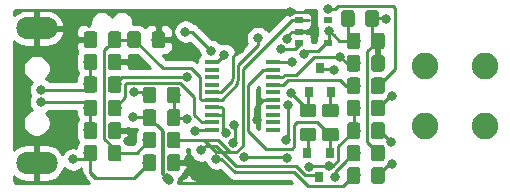
<source format=gbr>
G04 #@! TF.GenerationSoftware,KiCad,Pcbnew,(5.1.4)-1*
<<<<<<< HEAD
G04 #@! TF.CreationDate,2020-10-17T14:20:40+02:00*
=======
G04 #@! TF.CreationDate,2020-10-04T16:00:56+02:00*
>>>>>>> 4f5eff2da70f33c6a3496d7f09484d0b736aad29
G04 #@! TF.ProjectId,Long range deauther,4c6f6e67-2072-4616-9e67-652064656175,rev?*
G04 #@! TF.SameCoordinates,Original*
G04 #@! TF.FileFunction,Copper,L2,Bot*
G04 #@! TF.FilePolarity,Positive*
%FSLAX46Y46*%
G04 Gerber Fmt 4.6, Leading zero omitted, Abs format (unit mm)*
<<<<<<< HEAD
G04 Created by KiCad (PCBNEW (5.1.4)-1) date 2020-10-17 14:20:40*
=======
G04 Created by KiCad (PCBNEW (5.1.4)-1) date 2020-10-04 16:00:56*
>>>>>>> 4f5eff2da70f33c6a3496d7f09484d0b736aad29
%MOMM*%
%LPD*%
G04 APERTURE LIST*
%ADD10R,0.800000X0.550000*%
%ADD11C,2.250000*%
%ADD12C,0.100000*%
%ADD13C,1.150000*%
%ADD14R,0.800000X0.900000*%
%ADD15R,1.200000X0.400000*%
%ADD16O,3.500000X1.900000*%
%ADD17C,0.800000*%
%ADD18C,0.250000*%
%ADD19C,0.254000*%
G04 APERTURE END LIST*
D10*
X153240000Y-78470000D03*
X150840000Y-78470000D03*
X150840000Y-77520000D03*
X150840000Y-76570000D03*
X153240000Y-76570000D03*
D11*
X161454000Y-80474000D03*
X166534000Y-80474000D03*
X161454000Y-85554000D03*
X166534000Y-85554000D03*
D12*
G36*
X138494505Y-87911204D02*
G01*
X138518773Y-87914804D01*
X138542572Y-87920765D01*
X138565671Y-87929030D01*
X138587850Y-87939520D01*
X138608893Y-87952132D01*
X138628599Y-87966747D01*
X138646777Y-87983223D01*
X138663253Y-88001401D01*
X138677868Y-88021107D01*
X138690480Y-88042150D01*
X138700970Y-88064329D01*
X138709235Y-88087428D01*
X138715196Y-88111227D01*
X138718796Y-88135495D01*
X138720000Y-88159999D01*
X138720000Y-89060001D01*
X138718796Y-89084505D01*
X138715196Y-89108773D01*
X138709235Y-89132572D01*
X138700970Y-89155671D01*
X138690480Y-89177850D01*
X138677868Y-89198893D01*
X138663253Y-89218599D01*
X138646777Y-89236777D01*
X138628599Y-89253253D01*
X138608893Y-89267868D01*
X138587850Y-89280480D01*
X138565671Y-89290970D01*
X138542572Y-89299235D01*
X138518773Y-89305196D01*
X138494505Y-89308796D01*
X138470001Y-89310000D01*
X137819999Y-89310000D01*
X137795495Y-89308796D01*
X137771227Y-89305196D01*
X137747428Y-89299235D01*
X137724329Y-89290970D01*
X137702150Y-89280480D01*
X137681107Y-89267868D01*
X137661401Y-89253253D01*
X137643223Y-89236777D01*
X137626747Y-89218599D01*
X137612132Y-89198893D01*
X137599520Y-89177850D01*
X137589030Y-89155671D01*
X137580765Y-89132572D01*
X137574804Y-89108773D01*
X137571204Y-89084505D01*
X137570000Y-89060001D01*
X137570000Y-88159999D01*
X137571204Y-88135495D01*
X137574804Y-88111227D01*
X137580765Y-88087428D01*
X137589030Y-88064329D01*
X137599520Y-88042150D01*
X137612132Y-88021107D01*
X137626747Y-88001401D01*
X137643223Y-87983223D01*
X137661401Y-87966747D01*
X137681107Y-87952132D01*
X137702150Y-87939520D01*
X137724329Y-87929030D01*
X137747428Y-87920765D01*
X137771227Y-87914804D01*
X137795495Y-87911204D01*
X137819999Y-87910000D01*
X138470001Y-87910000D01*
X138494505Y-87911204D01*
X138494505Y-87911204D01*
G37*
D13*
X138145000Y-88610000D03*
D12*
G36*
X140544505Y-87911204D02*
G01*
X140568773Y-87914804D01*
X140592572Y-87920765D01*
X140615671Y-87929030D01*
X140637850Y-87939520D01*
X140658893Y-87952132D01*
X140678599Y-87966747D01*
X140696777Y-87983223D01*
X140713253Y-88001401D01*
X140727868Y-88021107D01*
X140740480Y-88042150D01*
X140750970Y-88064329D01*
X140759235Y-88087428D01*
X140765196Y-88111227D01*
X140768796Y-88135495D01*
X140770000Y-88159999D01*
X140770000Y-89060001D01*
X140768796Y-89084505D01*
X140765196Y-89108773D01*
X140759235Y-89132572D01*
X140750970Y-89155671D01*
X140740480Y-89177850D01*
X140727868Y-89198893D01*
X140713253Y-89218599D01*
X140696777Y-89236777D01*
X140678599Y-89253253D01*
X140658893Y-89267868D01*
X140637850Y-89280480D01*
X140615671Y-89290970D01*
X140592572Y-89299235D01*
X140568773Y-89305196D01*
X140544505Y-89308796D01*
X140520001Y-89310000D01*
X139869999Y-89310000D01*
X139845495Y-89308796D01*
X139821227Y-89305196D01*
X139797428Y-89299235D01*
X139774329Y-89290970D01*
X139752150Y-89280480D01*
X139731107Y-89267868D01*
X139711401Y-89253253D01*
X139693223Y-89236777D01*
X139676747Y-89218599D01*
X139662132Y-89198893D01*
X139649520Y-89177850D01*
X139639030Y-89155671D01*
X139630765Y-89132572D01*
X139624804Y-89108773D01*
X139621204Y-89084505D01*
X139620000Y-89060001D01*
X139620000Y-88159999D01*
X139621204Y-88135495D01*
X139624804Y-88111227D01*
X139630765Y-88087428D01*
X139639030Y-88064329D01*
X139649520Y-88042150D01*
X139662132Y-88021107D01*
X139676747Y-88001401D01*
X139693223Y-87983223D01*
X139711401Y-87966747D01*
X139731107Y-87952132D01*
X139752150Y-87939520D01*
X139774329Y-87929030D01*
X139797428Y-87920765D01*
X139821227Y-87914804D01*
X139845495Y-87911204D01*
X139869999Y-87910000D01*
X140520001Y-87910000D01*
X140544505Y-87911204D01*
X140544505Y-87911204D01*
G37*
D13*
X140195000Y-88610000D03*
D12*
G36*
X133494505Y-85201204D02*
G01*
X133518773Y-85204804D01*
X133542572Y-85210765D01*
X133565671Y-85219030D01*
X133587850Y-85229520D01*
X133608893Y-85242132D01*
X133628599Y-85256747D01*
X133646777Y-85273223D01*
X133663253Y-85291401D01*
X133677868Y-85311107D01*
X133690480Y-85332150D01*
X133700970Y-85354329D01*
X133709235Y-85377428D01*
X133715196Y-85401227D01*
X133718796Y-85425495D01*
X133720000Y-85449999D01*
X133720000Y-86350001D01*
X133718796Y-86374505D01*
X133715196Y-86398773D01*
X133709235Y-86422572D01*
X133700970Y-86445671D01*
X133690480Y-86467850D01*
X133677868Y-86488893D01*
X133663253Y-86508599D01*
X133646777Y-86526777D01*
X133628599Y-86543253D01*
X133608893Y-86557868D01*
X133587850Y-86570480D01*
X133565671Y-86580970D01*
X133542572Y-86589235D01*
X133518773Y-86595196D01*
X133494505Y-86598796D01*
X133470001Y-86600000D01*
X132819999Y-86600000D01*
X132795495Y-86598796D01*
X132771227Y-86595196D01*
X132747428Y-86589235D01*
X132724329Y-86580970D01*
X132702150Y-86570480D01*
X132681107Y-86557868D01*
X132661401Y-86543253D01*
X132643223Y-86526777D01*
X132626747Y-86508599D01*
X132612132Y-86488893D01*
X132599520Y-86467850D01*
X132589030Y-86445671D01*
X132580765Y-86422572D01*
X132574804Y-86398773D01*
X132571204Y-86374505D01*
X132570000Y-86350001D01*
X132570000Y-85449999D01*
X132571204Y-85425495D01*
X132574804Y-85401227D01*
X132580765Y-85377428D01*
X132589030Y-85354329D01*
X132599520Y-85332150D01*
X132612132Y-85311107D01*
X132626747Y-85291401D01*
X132643223Y-85273223D01*
X132661401Y-85256747D01*
X132681107Y-85242132D01*
X132702150Y-85229520D01*
X132724329Y-85219030D01*
X132747428Y-85210765D01*
X132771227Y-85204804D01*
X132795495Y-85201204D01*
X132819999Y-85200000D01*
X133470001Y-85200000D01*
X133494505Y-85201204D01*
X133494505Y-85201204D01*
G37*
D13*
X133145000Y-85900000D03*
D12*
G36*
X135544505Y-85201204D02*
G01*
X135568773Y-85204804D01*
X135592572Y-85210765D01*
X135615671Y-85219030D01*
X135637850Y-85229520D01*
X135658893Y-85242132D01*
X135678599Y-85256747D01*
X135696777Y-85273223D01*
X135713253Y-85291401D01*
X135727868Y-85311107D01*
X135740480Y-85332150D01*
X135750970Y-85354329D01*
X135759235Y-85377428D01*
X135765196Y-85401227D01*
X135768796Y-85425495D01*
X135770000Y-85449999D01*
X135770000Y-86350001D01*
X135768796Y-86374505D01*
X135765196Y-86398773D01*
X135759235Y-86422572D01*
X135750970Y-86445671D01*
X135740480Y-86467850D01*
X135727868Y-86488893D01*
X135713253Y-86508599D01*
X135696777Y-86526777D01*
X135678599Y-86543253D01*
X135658893Y-86557868D01*
X135637850Y-86570480D01*
X135615671Y-86580970D01*
X135592572Y-86589235D01*
X135568773Y-86595196D01*
X135544505Y-86598796D01*
X135520001Y-86600000D01*
X134869999Y-86600000D01*
X134845495Y-86598796D01*
X134821227Y-86595196D01*
X134797428Y-86589235D01*
X134774329Y-86580970D01*
X134752150Y-86570480D01*
X134731107Y-86557868D01*
X134711401Y-86543253D01*
X134693223Y-86526777D01*
X134676747Y-86508599D01*
X134662132Y-86488893D01*
X134649520Y-86467850D01*
X134639030Y-86445671D01*
X134630765Y-86422572D01*
X134624804Y-86398773D01*
X134621204Y-86374505D01*
X134620000Y-86350001D01*
X134620000Y-85449999D01*
X134621204Y-85425495D01*
X134624804Y-85401227D01*
X134630765Y-85377428D01*
X134639030Y-85354329D01*
X134649520Y-85332150D01*
X134662132Y-85311107D01*
X134676747Y-85291401D01*
X134693223Y-85273223D01*
X134711401Y-85256747D01*
X134731107Y-85242132D01*
X134752150Y-85229520D01*
X134774329Y-85219030D01*
X134797428Y-85210765D01*
X134821227Y-85204804D01*
X134845495Y-85201204D01*
X134869999Y-85200000D01*
X135520001Y-85200000D01*
X135544505Y-85201204D01*
X135544505Y-85201204D01*
G37*
D13*
X135195000Y-85900000D03*
D12*
G36*
X133494505Y-79401204D02*
G01*
X133518773Y-79404804D01*
X133542572Y-79410765D01*
X133565671Y-79419030D01*
X133587850Y-79429520D01*
X133608893Y-79442132D01*
X133628599Y-79456747D01*
X133646777Y-79473223D01*
X133663253Y-79491401D01*
X133677868Y-79511107D01*
X133690480Y-79532150D01*
X133700970Y-79554329D01*
X133709235Y-79577428D01*
X133715196Y-79601227D01*
X133718796Y-79625495D01*
X133720000Y-79649999D01*
X133720000Y-80550001D01*
X133718796Y-80574505D01*
X133715196Y-80598773D01*
X133709235Y-80622572D01*
X133700970Y-80645671D01*
X133690480Y-80667850D01*
X133677868Y-80688893D01*
X133663253Y-80708599D01*
X133646777Y-80726777D01*
X133628599Y-80743253D01*
X133608893Y-80757868D01*
X133587850Y-80770480D01*
X133565671Y-80780970D01*
X133542572Y-80789235D01*
X133518773Y-80795196D01*
X133494505Y-80798796D01*
X133470001Y-80800000D01*
X132819999Y-80800000D01*
X132795495Y-80798796D01*
X132771227Y-80795196D01*
X132747428Y-80789235D01*
X132724329Y-80780970D01*
X132702150Y-80770480D01*
X132681107Y-80757868D01*
X132661401Y-80743253D01*
X132643223Y-80726777D01*
X132626747Y-80708599D01*
X132612132Y-80688893D01*
X132599520Y-80667850D01*
X132589030Y-80645671D01*
X132580765Y-80622572D01*
X132574804Y-80598773D01*
X132571204Y-80574505D01*
X132570000Y-80550001D01*
X132570000Y-79649999D01*
X132571204Y-79625495D01*
X132574804Y-79601227D01*
X132580765Y-79577428D01*
X132589030Y-79554329D01*
X132599520Y-79532150D01*
X132612132Y-79511107D01*
X132626747Y-79491401D01*
X132643223Y-79473223D01*
X132661401Y-79456747D01*
X132681107Y-79442132D01*
X132702150Y-79429520D01*
X132724329Y-79419030D01*
X132747428Y-79410765D01*
X132771227Y-79404804D01*
X132795495Y-79401204D01*
X132819999Y-79400000D01*
X133470001Y-79400000D01*
X133494505Y-79401204D01*
X133494505Y-79401204D01*
G37*
D13*
X133145000Y-80100000D03*
D12*
G36*
X135544505Y-79401204D02*
G01*
X135568773Y-79404804D01*
X135592572Y-79410765D01*
X135615671Y-79419030D01*
X135637850Y-79429520D01*
X135658893Y-79442132D01*
X135678599Y-79456747D01*
X135696777Y-79473223D01*
X135713253Y-79491401D01*
X135727868Y-79511107D01*
X135740480Y-79532150D01*
X135750970Y-79554329D01*
X135759235Y-79577428D01*
X135765196Y-79601227D01*
X135768796Y-79625495D01*
X135770000Y-79649999D01*
X135770000Y-80550001D01*
X135768796Y-80574505D01*
X135765196Y-80598773D01*
X135759235Y-80622572D01*
X135750970Y-80645671D01*
X135740480Y-80667850D01*
X135727868Y-80688893D01*
X135713253Y-80708599D01*
X135696777Y-80726777D01*
X135678599Y-80743253D01*
X135658893Y-80757868D01*
X135637850Y-80770480D01*
X135615671Y-80780970D01*
X135592572Y-80789235D01*
X135568773Y-80795196D01*
X135544505Y-80798796D01*
X135520001Y-80800000D01*
X134869999Y-80800000D01*
X134845495Y-80798796D01*
X134821227Y-80795196D01*
X134797428Y-80789235D01*
X134774329Y-80780970D01*
X134752150Y-80770480D01*
X134731107Y-80757868D01*
X134711401Y-80743253D01*
X134693223Y-80726777D01*
X134676747Y-80708599D01*
X134662132Y-80688893D01*
X134649520Y-80667850D01*
X134639030Y-80645671D01*
X134630765Y-80622572D01*
X134624804Y-80598773D01*
X134621204Y-80574505D01*
X134620000Y-80550001D01*
X134620000Y-79649999D01*
X134621204Y-79625495D01*
X134624804Y-79601227D01*
X134630765Y-79577428D01*
X134639030Y-79554329D01*
X134649520Y-79532150D01*
X134662132Y-79511107D01*
X134676747Y-79491401D01*
X134693223Y-79473223D01*
X134711401Y-79456747D01*
X134731107Y-79442132D01*
X134752150Y-79429520D01*
X134774329Y-79419030D01*
X134797428Y-79410765D01*
X134821227Y-79404804D01*
X134845495Y-79401204D01*
X134869999Y-79400000D01*
X135520001Y-79400000D01*
X135544505Y-79401204D01*
X135544505Y-79401204D01*
G37*
D13*
X135195000Y-80100000D03*
D12*
G36*
X139244505Y-77501204D02*
G01*
X139268773Y-77504804D01*
X139292572Y-77510765D01*
X139315671Y-77519030D01*
X139337850Y-77529520D01*
X139358893Y-77542132D01*
X139378599Y-77556747D01*
X139396777Y-77573223D01*
X139413253Y-77591401D01*
X139427868Y-77611107D01*
X139440480Y-77632150D01*
X139450970Y-77654329D01*
X139459235Y-77677428D01*
X139465196Y-77701227D01*
X139468796Y-77725495D01*
X139470000Y-77749999D01*
X139470000Y-78650001D01*
X139468796Y-78674505D01*
X139465196Y-78698773D01*
X139459235Y-78722572D01*
X139450970Y-78745671D01*
X139440480Y-78767850D01*
X139427868Y-78788893D01*
X139413253Y-78808599D01*
X139396777Y-78826777D01*
X139378599Y-78843253D01*
X139358893Y-78857868D01*
X139337850Y-78870480D01*
X139315671Y-78880970D01*
X139292572Y-78889235D01*
X139268773Y-78895196D01*
X139244505Y-78898796D01*
X139220001Y-78900000D01*
X138569999Y-78900000D01*
X138545495Y-78898796D01*
X138521227Y-78895196D01*
X138497428Y-78889235D01*
X138474329Y-78880970D01*
X138452150Y-78870480D01*
X138431107Y-78857868D01*
X138411401Y-78843253D01*
X138393223Y-78826777D01*
X138376747Y-78808599D01*
X138362132Y-78788893D01*
X138349520Y-78767850D01*
X138339030Y-78745671D01*
X138330765Y-78722572D01*
X138324804Y-78698773D01*
X138321204Y-78674505D01*
X138320000Y-78650001D01*
X138320000Y-77749999D01*
X138321204Y-77725495D01*
X138324804Y-77701227D01*
X138330765Y-77677428D01*
X138339030Y-77654329D01*
X138349520Y-77632150D01*
X138362132Y-77611107D01*
X138376747Y-77591401D01*
X138393223Y-77573223D01*
X138411401Y-77556747D01*
X138431107Y-77542132D01*
X138452150Y-77529520D01*
X138474329Y-77519030D01*
X138497428Y-77510765D01*
X138521227Y-77504804D01*
X138545495Y-77501204D01*
X138569999Y-77500000D01*
X139220001Y-77500000D01*
X139244505Y-77501204D01*
X139244505Y-77501204D01*
G37*
D13*
X138895000Y-78200000D03*
D12*
G36*
X137194505Y-77501204D02*
G01*
X137218773Y-77504804D01*
X137242572Y-77510765D01*
X137265671Y-77519030D01*
X137287850Y-77529520D01*
X137308893Y-77542132D01*
X137328599Y-77556747D01*
X137346777Y-77573223D01*
X137363253Y-77591401D01*
X137377868Y-77611107D01*
X137390480Y-77632150D01*
X137400970Y-77654329D01*
X137409235Y-77677428D01*
X137415196Y-77701227D01*
X137418796Y-77725495D01*
X137420000Y-77749999D01*
X137420000Y-78650001D01*
X137418796Y-78674505D01*
X137415196Y-78698773D01*
X137409235Y-78722572D01*
X137400970Y-78745671D01*
X137390480Y-78767850D01*
X137377868Y-78788893D01*
X137363253Y-78808599D01*
X137346777Y-78826777D01*
X137328599Y-78843253D01*
X137308893Y-78857868D01*
X137287850Y-78870480D01*
X137265671Y-78880970D01*
X137242572Y-78889235D01*
X137218773Y-78895196D01*
X137194505Y-78898796D01*
X137170001Y-78900000D01*
X136519999Y-78900000D01*
X136495495Y-78898796D01*
X136471227Y-78895196D01*
X136447428Y-78889235D01*
X136424329Y-78880970D01*
X136402150Y-78870480D01*
X136381107Y-78857868D01*
X136361401Y-78843253D01*
X136343223Y-78826777D01*
X136326747Y-78808599D01*
X136312132Y-78788893D01*
X136299520Y-78767850D01*
X136289030Y-78745671D01*
X136280765Y-78722572D01*
X136274804Y-78698773D01*
X136271204Y-78674505D01*
X136270000Y-78650001D01*
X136270000Y-77749999D01*
X136271204Y-77725495D01*
X136274804Y-77701227D01*
X136280765Y-77677428D01*
X136289030Y-77654329D01*
X136299520Y-77632150D01*
X136312132Y-77611107D01*
X136326747Y-77591401D01*
X136343223Y-77573223D01*
X136361401Y-77556747D01*
X136381107Y-77542132D01*
X136402150Y-77529520D01*
X136424329Y-77519030D01*
X136447428Y-77510765D01*
X136471227Y-77504804D01*
X136495495Y-77501204D01*
X136519999Y-77500000D01*
X137170001Y-77500000D01*
X137194505Y-77501204D01*
X137194505Y-77501204D01*
G37*
D13*
X136845000Y-78200000D03*
D12*
G36*
X140544505Y-86011204D02*
G01*
X140568773Y-86014804D01*
X140592572Y-86020765D01*
X140615671Y-86029030D01*
X140637850Y-86039520D01*
X140658893Y-86052132D01*
X140678599Y-86066747D01*
X140696777Y-86083223D01*
X140713253Y-86101401D01*
X140727868Y-86121107D01*
X140740480Y-86142150D01*
X140750970Y-86164329D01*
X140759235Y-86187428D01*
X140765196Y-86211227D01*
X140768796Y-86235495D01*
X140770000Y-86259999D01*
X140770000Y-87160001D01*
X140768796Y-87184505D01*
X140765196Y-87208773D01*
X140759235Y-87232572D01*
X140750970Y-87255671D01*
X140740480Y-87277850D01*
X140727868Y-87298893D01*
X140713253Y-87318599D01*
X140696777Y-87336777D01*
X140678599Y-87353253D01*
X140658893Y-87367868D01*
X140637850Y-87380480D01*
X140615671Y-87390970D01*
X140592572Y-87399235D01*
X140568773Y-87405196D01*
X140544505Y-87408796D01*
X140520001Y-87410000D01*
X139869999Y-87410000D01*
X139845495Y-87408796D01*
X139821227Y-87405196D01*
X139797428Y-87399235D01*
X139774329Y-87390970D01*
X139752150Y-87380480D01*
X139731107Y-87367868D01*
X139711401Y-87353253D01*
X139693223Y-87336777D01*
X139676747Y-87318599D01*
X139662132Y-87298893D01*
X139649520Y-87277850D01*
X139639030Y-87255671D01*
X139630765Y-87232572D01*
X139624804Y-87208773D01*
X139621204Y-87184505D01*
X139620000Y-87160001D01*
X139620000Y-86259999D01*
X139621204Y-86235495D01*
X139624804Y-86211227D01*
X139630765Y-86187428D01*
X139639030Y-86164329D01*
X139649520Y-86142150D01*
X139662132Y-86121107D01*
X139676747Y-86101401D01*
X139693223Y-86083223D01*
X139711401Y-86066747D01*
X139731107Y-86052132D01*
X139752150Y-86039520D01*
X139774329Y-86029030D01*
X139797428Y-86020765D01*
X139821227Y-86014804D01*
X139845495Y-86011204D01*
X139869999Y-86010000D01*
X140520001Y-86010000D01*
X140544505Y-86011204D01*
X140544505Y-86011204D01*
G37*
D13*
X140195000Y-86710000D03*
D12*
G36*
X138494505Y-86011204D02*
G01*
X138518773Y-86014804D01*
X138542572Y-86020765D01*
X138565671Y-86029030D01*
X138587850Y-86039520D01*
X138608893Y-86052132D01*
X138628599Y-86066747D01*
X138646777Y-86083223D01*
X138663253Y-86101401D01*
X138677868Y-86121107D01*
X138690480Y-86142150D01*
X138700970Y-86164329D01*
X138709235Y-86187428D01*
X138715196Y-86211227D01*
X138718796Y-86235495D01*
X138720000Y-86259999D01*
X138720000Y-87160001D01*
X138718796Y-87184505D01*
X138715196Y-87208773D01*
X138709235Y-87232572D01*
X138700970Y-87255671D01*
X138690480Y-87277850D01*
X138677868Y-87298893D01*
X138663253Y-87318599D01*
X138646777Y-87336777D01*
X138628599Y-87353253D01*
X138608893Y-87367868D01*
X138587850Y-87380480D01*
X138565671Y-87390970D01*
X138542572Y-87399235D01*
X138518773Y-87405196D01*
X138494505Y-87408796D01*
X138470001Y-87410000D01*
X137819999Y-87410000D01*
X137795495Y-87408796D01*
X137771227Y-87405196D01*
X137747428Y-87399235D01*
X137724329Y-87390970D01*
X137702150Y-87380480D01*
X137681107Y-87367868D01*
X137661401Y-87353253D01*
X137643223Y-87336777D01*
X137626747Y-87318599D01*
X137612132Y-87298893D01*
X137599520Y-87277850D01*
X137589030Y-87255671D01*
X137580765Y-87232572D01*
X137574804Y-87208773D01*
X137571204Y-87184505D01*
X137570000Y-87160001D01*
X137570000Y-86259999D01*
X137571204Y-86235495D01*
X137574804Y-86211227D01*
X137580765Y-86187428D01*
X137589030Y-86164329D01*
X137599520Y-86142150D01*
X137612132Y-86121107D01*
X137626747Y-86101401D01*
X137643223Y-86083223D01*
X137661401Y-86066747D01*
X137681107Y-86052132D01*
X137702150Y-86039520D01*
X137724329Y-86029030D01*
X137747428Y-86020765D01*
X137771227Y-86014804D01*
X137795495Y-86011204D01*
X137819999Y-86010000D01*
X138470001Y-86010000D01*
X138494505Y-86011204D01*
X138494505Y-86011204D01*
G37*
D13*
X138145000Y-86710000D03*
D12*
G36*
X133494505Y-81301204D02*
G01*
X133518773Y-81304804D01*
X133542572Y-81310765D01*
X133565671Y-81319030D01*
X133587850Y-81329520D01*
X133608893Y-81342132D01*
X133628599Y-81356747D01*
X133646777Y-81373223D01*
X133663253Y-81391401D01*
X133677868Y-81411107D01*
X133690480Y-81432150D01*
X133700970Y-81454329D01*
X133709235Y-81477428D01*
X133715196Y-81501227D01*
X133718796Y-81525495D01*
X133720000Y-81549999D01*
X133720000Y-82450001D01*
X133718796Y-82474505D01*
X133715196Y-82498773D01*
X133709235Y-82522572D01*
X133700970Y-82545671D01*
X133690480Y-82567850D01*
X133677868Y-82588893D01*
X133663253Y-82608599D01*
X133646777Y-82626777D01*
X133628599Y-82643253D01*
X133608893Y-82657868D01*
X133587850Y-82670480D01*
X133565671Y-82680970D01*
X133542572Y-82689235D01*
X133518773Y-82695196D01*
X133494505Y-82698796D01*
X133470001Y-82700000D01*
X132819999Y-82700000D01*
X132795495Y-82698796D01*
X132771227Y-82695196D01*
X132747428Y-82689235D01*
X132724329Y-82680970D01*
X132702150Y-82670480D01*
X132681107Y-82657868D01*
X132661401Y-82643253D01*
X132643223Y-82626777D01*
X132626747Y-82608599D01*
X132612132Y-82588893D01*
X132599520Y-82567850D01*
X132589030Y-82545671D01*
X132580765Y-82522572D01*
X132574804Y-82498773D01*
X132571204Y-82474505D01*
X132570000Y-82450001D01*
X132570000Y-81549999D01*
X132571204Y-81525495D01*
X132574804Y-81501227D01*
X132580765Y-81477428D01*
X132589030Y-81454329D01*
X132599520Y-81432150D01*
X132612132Y-81411107D01*
X132626747Y-81391401D01*
X132643223Y-81373223D01*
X132661401Y-81356747D01*
X132681107Y-81342132D01*
X132702150Y-81329520D01*
X132724329Y-81319030D01*
X132747428Y-81310765D01*
X132771227Y-81304804D01*
X132795495Y-81301204D01*
X132819999Y-81300000D01*
X133470001Y-81300000D01*
X133494505Y-81301204D01*
X133494505Y-81301204D01*
G37*
D13*
X133145000Y-82000000D03*
D12*
G36*
X135544505Y-81301204D02*
G01*
X135568773Y-81304804D01*
X135592572Y-81310765D01*
X135615671Y-81319030D01*
X135637850Y-81329520D01*
X135658893Y-81342132D01*
X135678599Y-81356747D01*
X135696777Y-81373223D01*
X135713253Y-81391401D01*
X135727868Y-81411107D01*
X135740480Y-81432150D01*
X135750970Y-81454329D01*
X135759235Y-81477428D01*
X135765196Y-81501227D01*
X135768796Y-81525495D01*
X135770000Y-81549999D01*
X135770000Y-82450001D01*
X135768796Y-82474505D01*
X135765196Y-82498773D01*
X135759235Y-82522572D01*
X135750970Y-82545671D01*
X135740480Y-82567850D01*
X135727868Y-82588893D01*
X135713253Y-82608599D01*
X135696777Y-82626777D01*
X135678599Y-82643253D01*
X135658893Y-82657868D01*
X135637850Y-82670480D01*
X135615671Y-82680970D01*
X135592572Y-82689235D01*
X135568773Y-82695196D01*
X135544505Y-82698796D01*
X135520001Y-82700000D01*
X134869999Y-82700000D01*
X134845495Y-82698796D01*
X134821227Y-82695196D01*
X134797428Y-82689235D01*
X134774329Y-82680970D01*
X134752150Y-82670480D01*
X134731107Y-82657868D01*
X134711401Y-82643253D01*
X134693223Y-82626777D01*
X134676747Y-82608599D01*
X134662132Y-82588893D01*
X134649520Y-82567850D01*
X134639030Y-82545671D01*
X134630765Y-82522572D01*
X134624804Y-82498773D01*
X134621204Y-82474505D01*
X134620000Y-82450001D01*
X134620000Y-81549999D01*
X134621204Y-81525495D01*
X134624804Y-81501227D01*
X134630765Y-81477428D01*
X134639030Y-81454329D01*
X134649520Y-81432150D01*
X134662132Y-81411107D01*
X134676747Y-81391401D01*
X134693223Y-81373223D01*
X134711401Y-81356747D01*
X134731107Y-81342132D01*
X134752150Y-81329520D01*
X134774329Y-81319030D01*
X134797428Y-81310765D01*
X134821227Y-81304804D01*
X134845495Y-81301204D01*
X134869999Y-81300000D01*
X135520001Y-81300000D01*
X135544505Y-81301204D01*
X135544505Y-81301204D01*
G37*
D13*
X135195000Y-82000000D03*
D12*
G36*
X133494505Y-83301204D02*
G01*
X133518773Y-83304804D01*
X133542572Y-83310765D01*
X133565671Y-83319030D01*
X133587850Y-83329520D01*
X133608893Y-83342132D01*
X133628599Y-83356747D01*
X133646777Y-83373223D01*
X133663253Y-83391401D01*
X133677868Y-83411107D01*
X133690480Y-83432150D01*
X133700970Y-83454329D01*
X133709235Y-83477428D01*
X133715196Y-83501227D01*
X133718796Y-83525495D01*
X133720000Y-83549999D01*
X133720000Y-84450001D01*
X133718796Y-84474505D01*
X133715196Y-84498773D01*
X133709235Y-84522572D01*
X133700970Y-84545671D01*
X133690480Y-84567850D01*
X133677868Y-84588893D01*
X133663253Y-84608599D01*
X133646777Y-84626777D01*
X133628599Y-84643253D01*
X133608893Y-84657868D01*
X133587850Y-84670480D01*
X133565671Y-84680970D01*
X133542572Y-84689235D01*
X133518773Y-84695196D01*
X133494505Y-84698796D01*
X133470001Y-84700000D01*
X132819999Y-84700000D01*
X132795495Y-84698796D01*
X132771227Y-84695196D01*
X132747428Y-84689235D01*
X132724329Y-84680970D01*
X132702150Y-84670480D01*
X132681107Y-84657868D01*
X132661401Y-84643253D01*
X132643223Y-84626777D01*
X132626747Y-84608599D01*
X132612132Y-84588893D01*
X132599520Y-84567850D01*
X132589030Y-84545671D01*
X132580765Y-84522572D01*
X132574804Y-84498773D01*
X132571204Y-84474505D01*
X132570000Y-84450001D01*
X132570000Y-83549999D01*
X132571204Y-83525495D01*
X132574804Y-83501227D01*
X132580765Y-83477428D01*
X132589030Y-83454329D01*
X132599520Y-83432150D01*
X132612132Y-83411107D01*
X132626747Y-83391401D01*
X132643223Y-83373223D01*
X132661401Y-83356747D01*
X132681107Y-83342132D01*
X132702150Y-83329520D01*
X132724329Y-83319030D01*
X132747428Y-83310765D01*
X132771227Y-83304804D01*
X132795495Y-83301204D01*
X132819999Y-83300000D01*
X133470001Y-83300000D01*
X133494505Y-83301204D01*
X133494505Y-83301204D01*
G37*
D13*
X133145000Y-84000000D03*
D12*
G36*
X135544505Y-83301204D02*
G01*
X135568773Y-83304804D01*
X135592572Y-83310765D01*
X135615671Y-83319030D01*
X135637850Y-83329520D01*
X135658893Y-83342132D01*
X135678599Y-83356747D01*
X135696777Y-83373223D01*
X135713253Y-83391401D01*
X135727868Y-83411107D01*
X135740480Y-83432150D01*
X135750970Y-83454329D01*
X135759235Y-83477428D01*
X135765196Y-83501227D01*
X135768796Y-83525495D01*
X135770000Y-83549999D01*
X135770000Y-84450001D01*
X135768796Y-84474505D01*
X135765196Y-84498773D01*
X135759235Y-84522572D01*
X135750970Y-84545671D01*
X135740480Y-84567850D01*
X135727868Y-84588893D01*
X135713253Y-84608599D01*
X135696777Y-84626777D01*
X135678599Y-84643253D01*
X135658893Y-84657868D01*
X135637850Y-84670480D01*
X135615671Y-84680970D01*
X135592572Y-84689235D01*
X135568773Y-84695196D01*
X135544505Y-84698796D01*
X135520001Y-84700000D01*
X134869999Y-84700000D01*
X134845495Y-84698796D01*
X134821227Y-84695196D01*
X134797428Y-84689235D01*
X134774329Y-84680970D01*
X134752150Y-84670480D01*
X134731107Y-84657868D01*
X134711401Y-84643253D01*
X134693223Y-84626777D01*
X134676747Y-84608599D01*
X134662132Y-84588893D01*
X134649520Y-84567850D01*
X134639030Y-84545671D01*
X134630765Y-84522572D01*
X134624804Y-84498773D01*
X134621204Y-84474505D01*
X134620000Y-84450001D01*
X134620000Y-83549999D01*
X134621204Y-83525495D01*
X134624804Y-83501227D01*
X134630765Y-83477428D01*
X134639030Y-83454329D01*
X134649520Y-83432150D01*
X134662132Y-83411107D01*
X134676747Y-83391401D01*
X134693223Y-83373223D01*
X134711401Y-83356747D01*
X134731107Y-83342132D01*
X134752150Y-83329520D01*
X134774329Y-83319030D01*
X134797428Y-83310765D01*
X134821227Y-83304804D01*
X134845495Y-83301204D01*
X134869999Y-83300000D01*
X135520001Y-83300000D01*
X135544505Y-83301204D01*
X135544505Y-83301204D01*
G37*
D13*
X135195000Y-84000000D03*
D12*
G36*
X152034505Y-85671204D02*
G01*
X152058773Y-85674804D01*
X152082572Y-85680765D01*
X152105671Y-85689030D01*
X152127850Y-85699520D01*
X152148893Y-85712132D01*
X152168599Y-85726747D01*
X152186777Y-85743223D01*
X152203253Y-85761401D01*
X152217868Y-85781107D01*
X152230480Y-85802150D01*
X152240970Y-85824329D01*
X152249235Y-85847428D01*
X152255196Y-85871227D01*
X152258796Y-85895495D01*
X152260000Y-85919999D01*
X152260000Y-86570001D01*
X152258796Y-86594505D01*
X152255196Y-86618773D01*
X152249235Y-86642572D01*
X152240970Y-86665671D01*
X152230480Y-86687850D01*
X152217868Y-86708893D01*
X152203253Y-86728599D01*
X152186777Y-86746777D01*
X152168599Y-86763253D01*
X152148893Y-86777868D01*
X152127850Y-86790480D01*
X152105671Y-86800970D01*
X152082572Y-86809235D01*
X152058773Y-86815196D01*
X152034505Y-86818796D01*
X152010001Y-86820000D01*
X151109999Y-86820000D01*
X151085495Y-86818796D01*
X151061227Y-86815196D01*
X151037428Y-86809235D01*
X151014329Y-86800970D01*
X150992150Y-86790480D01*
X150971107Y-86777868D01*
X150951401Y-86763253D01*
X150933223Y-86746777D01*
X150916747Y-86728599D01*
X150902132Y-86708893D01*
X150889520Y-86687850D01*
X150879030Y-86665671D01*
X150870765Y-86642572D01*
X150864804Y-86618773D01*
X150861204Y-86594505D01*
X150860000Y-86570001D01*
X150860000Y-85919999D01*
X150861204Y-85895495D01*
X150864804Y-85871227D01*
X150870765Y-85847428D01*
X150879030Y-85824329D01*
X150889520Y-85802150D01*
X150902132Y-85781107D01*
X150916747Y-85761401D01*
X150933223Y-85743223D01*
X150951401Y-85726747D01*
X150971107Y-85712132D01*
X150992150Y-85699520D01*
X151014329Y-85689030D01*
X151037428Y-85680765D01*
X151061227Y-85674804D01*
X151085495Y-85671204D01*
X151109999Y-85670000D01*
X152010001Y-85670000D01*
X152034505Y-85671204D01*
X152034505Y-85671204D01*
G37*
D13*
X151560000Y-86245000D03*
D12*
G36*
X152034505Y-83621204D02*
G01*
X152058773Y-83624804D01*
X152082572Y-83630765D01*
X152105671Y-83639030D01*
X152127850Y-83649520D01*
X152148893Y-83662132D01*
X152168599Y-83676747D01*
X152186777Y-83693223D01*
X152203253Y-83711401D01*
X152217868Y-83731107D01*
X152230480Y-83752150D01*
X152240970Y-83774329D01*
X152249235Y-83797428D01*
X152255196Y-83821227D01*
X152258796Y-83845495D01*
X152260000Y-83869999D01*
X152260000Y-84520001D01*
X152258796Y-84544505D01*
X152255196Y-84568773D01*
X152249235Y-84592572D01*
X152240970Y-84615671D01*
X152230480Y-84637850D01*
X152217868Y-84658893D01*
X152203253Y-84678599D01*
X152186777Y-84696777D01*
X152168599Y-84713253D01*
X152148893Y-84727868D01*
X152127850Y-84740480D01*
X152105671Y-84750970D01*
X152082572Y-84759235D01*
X152058773Y-84765196D01*
X152034505Y-84768796D01*
X152010001Y-84770000D01*
X151109999Y-84770000D01*
X151085495Y-84768796D01*
X151061227Y-84765196D01*
X151037428Y-84759235D01*
X151014329Y-84750970D01*
X150992150Y-84740480D01*
X150971107Y-84727868D01*
X150951401Y-84713253D01*
X150933223Y-84696777D01*
X150916747Y-84678599D01*
X150902132Y-84658893D01*
X150889520Y-84637850D01*
X150879030Y-84615671D01*
X150870765Y-84592572D01*
X150864804Y-84568773D01*
X150861204Y-84544505D01*
X150860000Y-84520001D01*
X150860000Y-83869999D01*
X150861204Y-83845495D01*
X150864804Y-83821227D01*
X150870765Y-83797428D01*
X150879030Y-83774329D01*
X150889520Y-83752150D01*
X150902132Y-83731107D01*
X150916747Y-83711401D01*
X150933223Y-83693223D01*
X150951401Y-83676747D01*
X150971107Y-83662132D01*
X150992150Y-83649520D01*
X151014329Y-83639030D01*
X151037428Y-83630765D01*
X151061227Y-83624804D01*
X151085495Y-83621204D01*
X151109999Y-83620000D01*
X152010001Y-83620000D01*
X152034505Y-83621204D01*
X152034505Y-83621204D01*
G37*
D13*
X151560000Y-84195000D03*
D12*
G36*
X153934505Y-85671204D02*
G01*
X153958773Y-85674804D01*
X153982572Y-85680765D01*
X154005671Y-85689030D01*
X154027850Y-85699520D01*
X154048893Y-85712132D01*
X154068599Y-85726747D01*
X154086777Y-85743223D01*
X154103253Y-85761401D01*
X154117868Y-85781107D01*
X154130480Y-85802150D01*
X154140970Y-85824329D01*
X154149235Y-85847428D01*
X154155196Y-85871227D01*
X154158796Y-85895495D01*
X154160000Y-85919999D01*
X154160000Y-86570001D01*
X154158796Y-86594505D01*
X154155196Y-86618773D01*
X154149235Y-86642572D01*
X154140970Y-86665671D01*
X154130480Y-86687850D01*
X154117868Y-86708893D01*
X154103253Y-86728599D01*
X154086777Y-86746777D01*
X154068599Y-86763253D01*
X154048893Y-86777868D01*
X154027850Y-86790480D01*
X154005671Y-86800970D01*
X153982572Y-86809235D01*
X153958773Y-86815196D01*
X153934505Y-86818796D01*
X153910001Y-86820000D01*
X153009999Y-86820000D01*
X152985495Y-86818796D01*
X152961227Y-86815196D01*
X152937428Y-86809235D01*
X152914329Y-86800970D01*
X152892150Y-86790480D01*
X152871107Y-86777868D01*
X152851401Y-86763253D01*
X152833223Y-86746777D01*
X152816747Y-86728599D01*
X152802132Y-86708893D01*
X152789520Y-86687850D01*
X152779030Y-86665671D01*
X152770765Y-86642572D01*
X152764804Y-86618773D01*
X152761204Y-86594505D01*
X152760000Y-86570001D01*
X152760000Y-85919999D01*
X152761204Y-85895495D01*
X152764804Y-85871227D01*
X152770765Y-85847428D01*
X152779030Y-85824329D01*
X152789520Y-85802150D01*
X152802132Y-85781107D01*
X152816747Y-85761401D01*
X152833223Y-85743223D01*
X152851401Y-85726747D01*
X152871107Y-85712132D01*
X152892150Y-85699520D01*
X152914329Y-85689030D01*
X152937428Y-85680765D01*
X152961227Y-85674804D01*
X152985495Y-85671204D01*
X153009999Y-85670000D01*
X153910001Y-85670000D01*
X153934505Y-85671204D01*
X153934505Y-85671204D01*
G37*
D13*
X153460000Y-86245000D03*
D12*
G36*
X153934505Y-83621204D02*
G01*
X153958773Y-83624804D01*
X153982572Y-83630765D01*
X154005671Y-83639030D01*
X154027850Y-83649520D01*
X154048893Y-83662132D01*
X154068599Y-83676747D01*
X154086777Y-83693223D01*
X154103253Y-83711401D01*
X154117868Y-83731107D01*
X154130480Y-83752150D01*
X154140970Y-83774329D01*
X154149235Y-83797428D01*
X154155196Y-83821227D01*
X154158796Y-83845495D01*
X154160000Y-83869999D01*
X154160000Y-84520001D01*
X154158796Y-84544505D01*
X154155196Y-84568773D01*
X154149235Y-84592572D01*
X154140970Y-84615671D01*
X154130480Y-84637850D01*
X154117868Y-84658893D01*
X154103253Y-84678599D01*
X154086777Y-84696777D01*
X154068599Y-84713253D01*
X154048893Y-84727868D01*
X154027850Y-84740480D01*
X154005671Y-84750970D01*
X153982572Y-84759235D01*
X153958773Y-84765196D01*
X153934505Y-84768796D01*
X153910001Y-84770000D01*
X153009999Y-84770000D01*
X152985495Y-84768796D01*
X152961227Y-84765196D01*
X152937428Y-84759235D01*
X152914329Y-84750970D01*
X152892150Y-84740480D01*
X152871107Y-84727868D01*
X152851401Y-84713253D01*
X152833223Y-84696777D01*
X152816747Y-84678599D01*
X152802132Y-84658893D01*
X152789520Y-84637850D01*
X152779030Y-84615671D01*
X152770765Y-84592572D01*
X152764804Y-84568773D01*
X152761204Y-84544505D01*
X152760000Y-84520001D01*
X152760000Y-83869999D01*
X152761204Y-83845495D01*
X152764804Y-83821227D01*
X152770765Y-83797428D01*
X152779030Y-83774329D01*
X152789520Y-83752150D01*
X152802132Y-83731107D01*
X152816747Y-83711401D01*
X152833223Y-83693223D01*
X152851401Y-83676747D01*
X152871107Y-83662132D01*
X152892150Y-83649520D01*
X152914329Y-83639030D01*
X152937428Y-83630765D01*
X152961227Y-83624804D01*
X152985495Y-83621204D01*
X153009999Y-83620000D01*
X153910001Y-83620000D01*
X153934505Y-83621204D01*
X153934505Y-83621204D01*
G37*
D13*
X153460000Y-84195000D03*
D12*
G36*
X157834505Y-81411204D02*
G01*
X157858773Y-81414804D01*
X157882572Y-81420765D01*
X157905671Y-81429030D01*
X157927850Y-81439520D01*
X157948893Y-81452132D01*
X157968599Y-81466747D01*
X157986777Y-81483223D01*
X158003253Y-81501401D01*
X158017868Y-81521107D01*
X158030480Y-81542150D01*
X158040970Y-81564329D01*
X158049235Y-81587428D01*
X158055196Y-81611227D01*
X158058796Y-81635495D01*
X158060000Y-81659999D01*
X158060000Y-82560001D01*
X158058796Y-82584505D01*
X158055196Y-82608773D01*
X158049235Y-82632572D01*
X158040970Y-82655671D01*
X158030480Y-82677850D01*
X158017868Y-82698893D01*
X158003253Y-82718599D01*
X157986777Y-82736777D01*
X157968599Y-82753253D01*
X157948893Y-82767868D01*
X157927850Y-82780480D01*
X157905671Y-82790970D01*
X157882572Y-82799235D01*
X157858773Y-82805196D01*
X157834505Y-82808796D01*
X157810001Y-82810000D01*
X157159999Y-82810000D01*
X157135495Y-82808796D01*
X157111227Y-82805196D01*
X157087428Y-82799235D01*
X157064329Y-82790970D01*
X157042150Y-82780480D01*
X157021107Y-82767868D01*
X157001401Y-82753253D01*
X156983223Y-82736777D01*
X156966747Y-82718599D01*
X156952132Y-82698893D01*
X156939520Y-82677850D01*
X156929030Y-82655671D01*
X156920765Y-82632572D01*
X156914804Y-82608773D01*
X156911204Y-82584505D01*
X156910000Y-82560001D01*
X156910000Y-81659999D01*
X156911204Y-81635495D01*
X156914804Y-81611227D01*
X156920765Y-81587428D01*
X156929030Y-81564329D01*
X156939520Y-81542150D01*
X156952132Y-81521107D01*
X156966747Y-81501401D01*
X156983223Y-81483223D01*
X157001401Y-81466747D01*
X157021107Y-81452132D01*
X157042150Y-81439520D01*
X157064329Y-81429030D01*
X157087428Y-81420765D01*
X157111227Y-81414804D01*
X157135495Y-81411204D01*
X157159999Y-81410000D01*
X157810001Y-81410000D01*
X157834505Y-81411204D01*
X157834505Y-81411204D01*
G37*
D13*
X157485000Y-82110000D03*
D12*
G36*
X155784505Y-81411204D02*
G01*
X155808773Y-81414804D01*
X155832572Y-81420765D01*
X155855671Y-81429030D01*
X155877850Y-81439520D01*
X155898893Y-81452132D01*
X155918599Y-81466747D01*
X155936777Y-81483223D01*
X155953253Y-81501401D01*
X155967868Y-81521107D01*
X155980480Y-81542150D01*
X155990970Y-81564329D01*
X155999235Y-81587428D01*
X156005196Y-81611227D01*
X156008796Y-81635495D01*
X156010000Y-81659999D01*
X156010000Y-82560001D01*
X156008796Y-82584505D01*
X156005196Y-82608773D01*
X155999235Y-82632572D01*
X155990970Y-82655671D01*
X155980480Y-82677850D01*
X155967868Y-82698893D01*
X155953253Y-82718599D01*
X155936777Y-82736777D01*
X155918599Y-82753253D01*
X155898893Y-82767868D01*
X155877850Y-82780480D01*
X155855671Y-82790970D01*
X155832572Y-82799235D01*
X155808773Y-82805196D01*
X155784505Y-82808796D01*
X155760001Y-82810000D01*
X155109999Y-82810000D01*
X155085495Y-82808796D01*
X155061227Y-82805196D01*
X155037428Y-82799235D01*
X155014329Y-82790970D01*
X154992150Y-82780480D01*
X154971107Y-82767868D01*
X154951401Y-82753253D01*
X154933223Y-82736777D01*
X154916747Y-82718599D01*
X154902132Y-82698893D01*
X154889520Y-82677850D01*
X154879030Y-82655671D01*
X154870765Y-82632572D01*
X154864804Y-82608773D01*
X154861204Y-82584505D01*
X154860000Y-82560001D01*
X154860000Y-81659999D01*
X154861204Y-81635495D01*
X154864804Y-81611227D01*
X154870765Y-81587428D01*
X154879030Y-81564329D01*
X154889520Y-81542150D01*
X154902132Y-81521107D01*
X154916747Y-81501401D01*
X154933223Y-81483223D01*
X154951401Y-81466747D01*
X154971107Y-81452132D01*
X154992150Y-81439520D01*
X155014329Y-81429030D01*
X155037428Y-81420765D01*
X155061227Y-81414804D01*
X155085495Y-81411204D01*
X155109999Y-81410000D01*
X155760001Y-81410000D01*
X155784505Y-81411204D01*
X155784505Y-81411204D01*
G37*
D13*
X155435000Y-82110000D03*
D12*
G36*
X155784505Y-89011204D02*
G01*
X155808773Y-89014804D01*
X155832572Y-89020765D01*
X155855671Y-89029030D01*
X155877850Y-89039520D01*
X155898893Y-89052132D01*
X155918599Y-89066747D01*
X155936777Y-89083223D01*
X155953253Y-89101401D01*
X155967868Y-89121107D01*
X155980480Y-89142150D01*
X155990970Y-89164329D01*
X155999235Y-89187428D01*
X156005196Y-89211227D01*
X156008796Y-89235495D01*
X156010000Y-89259999D01*
X156010000Y-90160001D01*
X156008796Y-90184505D01*
X156005196Y-90208773D01*
X155999235Y-90232572D01*
X155990970Y-90255671D01*
X155980480Y-90277850D01*
X155967868Y-90298893D01*
X155953253Y-90318599D01*
X155936777Y-90336777D01*
X155918599Y-90353253D01*
X155898893Y-90367868D01*
X155877850Y-90380480D01*
X155855671Y-90390970D01*
X155832572Y-90399235D01*
X155808773Y-90405196D01*
X155784505Y-90408796D01*
X155760001Y-90410000D01*
X155109999Y-90410000D01*
X155085495Y-90408796D01*
X155061227Y-90405196D01*
X155037428Y-90399235D01*
X155014329Y-90390970D01*
X154992150Y-90380480D01*
X154971107Y-90367868D01*
X154951401Y-90353253D01*
X154933223Y-90336777D01*
X154916747Y-90318599D01*
X154902132Y-90298893D01*
X154889520Y-90277850D01*
X154879030Y-90255671D01*
X154870765Y-90232572D01*
X154864804Y-90208773D01*
X154861204Y-90184505D01*
X154860000Y-90160001D01*
X154860000Y-89259999D01*
X154861204Y-89235495D01*
X154864804Y-89211227D01*
X154870765Y-89187428D01*
X154879030Y-89164329D01*
X154889520Y-89142150D01*
X154902132Y-89121107D01*
X154916747Y-89101401D01*
X154933223Y-89083223D01*
X154951401Y-89066747D01*
X154971107Y-89052132D01*
X154992150Y-89039520D01*
X155014329Y-89029030D01*
X155037428Y-89020765D01*
X155061227Y-89014804D01*
X155085495Y-89011204D01*
X155109999Y-89010000D01*
X155760001Y-89010000D01*
X155784505Y-89011204D01*
X155784505Y-89011204D01*
G37*
D13*
X155435000Y-89710000D03*
D12*
G36*
X157834505Y-89011204D02*
G01*
X157858773Y-89014804D01*
X157882572Y-89020765D01*
X157905671Y-89029030D01*
X157927850Y-89039520D01*
X157948893Y-89052132D01*
X157968599Y-89066747D01*
X157986777Y-89083223D01*
X158003253Y-89101401D01*
X158017868Y-89121107D01*
X158030480Y-89142150D01*
X158040970Y-89164329D01*
X158049235Y-89187428D01*
X158055196Y-89211227D01*
X158058796Y-89235495D01*
X158060000Y-89259999D01*
X158060000Y-90160001D01*
X158058796Y-90184505D01*
X158055196Y-90208773D01*
X158049235Y-90232572D01*
X158040970Y-90255671D01*
X158030480Y-90277850D01*
X158017868Y-90298893D01*
X158003253Y-90318599D01*
X157986777Y-90336777D01*
X157968599Y-90353253D01*
X157948893Y-90367868D01*
X157927850Y-90380480D01*
X157905671Y-90390970D01*
X157882572Y-90399235D01*
X157858773Y-90405196D01*
X157834505Y-90408796D01*
X157810001Y-90410000D01*
X157159999Y-90410000D01*
X157135495Y-90408796D01*
X157111227Y-90405196D01*
X157087428Y-90399235D01*
X157064329Y-90390970D01*
X157042150Y-90380480D01*
X157021107Y-90367868D01*
X157001401Y-90353253D01*
X156983223Y-90336777D01*
X156966747Y-90318599D01*
X156952132Y-90298893D01*
X156939520Y-90277850D01*
X156929030Y-90255671D01*
X156920765Y-90232572D01*
X156914804Y-90208773D01*
X156911204Y-90184505D01*
X156910000Y-90160001D01*
X156910000Y-89259999D01*
X156911204Y-89235495D01*
X156914804Y-89211227D01*
X156920765Y-89187428D01*
X156929030Y-89164329D01*
X156939520Y-89142150D01*
X156952132Y-89121107D01*
X156966747Y-89101401D01*
X156983223Y-89083223D01*
X157001401Y-89066747D01*
X157021107Y-89052132D01*
X157042150Y-89039520D01*
X157064329Y-89029030D01*
X157087428Y-89020765D01*
X157111227Y-89014804D01*
X157135495Y-89011204D01*
X157159999Y-89010000D01*
X157810001Y-89010000D01*
X157834505Y-89011204D01*
X157834505Y-89011204D01*
G37*
D13*
X157485000Y-89710000D03*
D12*
G36*
X157834505Y-85211204D02*
G01*
X157858773Y-85214804D01*
X157882572Y-85220765D01*
X157905671Y-85229030D01*
X157927850Y-85239520D01*
X157948893Y-85252132D01*
X157968599Y-85266747D01*
X157986777Y-85283223D01*
X158003253Y-85301401D01*
X158017868Y-85321107D01*
X158030480Y-85342150D01*
X158040970Y-85364329D01*
X158049235Y-85387428D01*
X158055196Y-85411227D01*
X158058796Y-85435495D01*
X158060000Y-85459999D01*
X158060000Y-86360001D01*
X158058796Y-86384505D01*
X158055196Y-86408773D01*
X158049235Y-86432572D01*
X158040970Y-86455671D01*
X158030480Y-86477850D01*
X158017868Y-86498893D01*
X158003253Y-86518599D01*
X157986777Y-86536777D01*
X157968599Y-86553253D01*
X157948893Y-86567868D01*
X157927850Y-86580480D01*
X157905671Y-86590970D01*
X157882572Y-86599235D01*
X157858773Y-86605196D01*
X157834505Y-86608796D01*
X157810001Y-86610000D01*
X157159999Y-86610000D01*
X157135495Y-86608796D01*
X157111227Y-86605196D01*
X157087428Y-86599235D01*
X157064329Y-86590970D01*
X157042150Y-86580480D01*
X157021107Y-86567868D01*
X157001401Y-86553253D01*
X156983223Y-86536777D01*
X156966747Y-86518599D01*
X156952132Y-86498893D01*
X156939520Y-86477850D01*
X156929030Y-86455671D01*
X156920765Y-86432572D01*
X156914804Y-86408773D01*
X156911204Y-86384505D01*
X156910000Y-86360001D01*
X156910000Y-85459999D01*
X156911204Y-85435495D01*
X156914804Y-85411227D01*
X156920765Y-85387428D01*
X156929030Y-85364329D01*
X156939520Y-85342150D01*
X156952132Y-85321107D01*
X156966747Y-85301401D01*
X156983223Y-85283223D01*
X157001401Y-85266747D01*
X157021107Y-85252132D01*
X157042150Y-85239520D01*
X157064329Y-85229030D01*
X157087428Y-85220765D01*
X157111227Y-85214804D01*
X157135495Y-85211204D01*
X157159999Y-85210000D01*
X157810001Y-85210000D01*
X157834505Y-85211204D01*
X157834505Y-85211204D01*
G37*
D13*
X157485000Y-85910000D03*
D12*
G36*
X155784505Y-85211204D02*
G01*
X155808773Y-85214804D01*
X155832572Y-85220765D01*
X155855671Y-85229030D01*
X155877850Y-85239520D01*
X155898893Y-85252132D01*
X155918599Y-85266747D01*
X155936777Y-85283223D01*
X155953253Y-85301401D01*
X155967868Y-85321107D01*
X155980480Y-85342150D01*
X155990970Y-85364329D01*
X155999235Y-85387428D01*
X156005196Y-85411227D01*
X156008796Y-85435495D01*
X156010000Y-85459999D01*
X156010000Y-86360001D01*
X156008796Y-86384505D01*
X156005196Y-86408773D01*
X155999235Y-86432572D01*
X155990970Y-86455671D01*
X155980480Y-86477850D01*
X155967868Y-86498893D01*
X155953253Y-86518599D01*
X155936777Y-86536777D01*
X155918599Y-86553253D01*
X155898893Y-86567868D01*
X155877850Y-86580480D01*
X155855671Y-86590970D01*
X155832572Y-86599235D01*
X155808773Y-86605196D01*
X155784505Y-86608796D01*
X155760001Y-86610000D01*
X155109999Y-86610000D01*
X155085495Y-86608796D01*
X155061227Y-86605196D01*
X155037428Y-86599235D01*
X155014329Y-86590970D01*
X154992150Y-86580480D01*
X154971107Y-86567868D01*
X154951401Y-86553253D01*
X154933223Y-86536777D01*
X154916747Y-86518599D01*
X154902132Y-86498893D01*
X154889520Y-86477850D01*
X154879030Y-86455671D01*
X154870765Y-86432572D01*
X154864804Y-86408773D01*
X154861204Y-86384505D01*
X154860000Y-86360001D01*
X154860000Y-85459999D01*
X154861204Y-85435495D01*
X154864804Y-85411227D01*
X154870765Y-85387428D01*
X154879030Y-85364329D01*
X154889520Y-85342150D01*
X154902132Y-85321107D01*
X154916747Y-85301401D01*
X154933223Y-85283223D01*
X154951401Y-85266747D01*
X154971107Y-85252132D01*
X154992150Y-85239520D01*
X155014329Y-85229030D01*
X155037428Y-85220765D01*
X155061227Y-85214804D01*
X155085495Y-85211204D01*
X155109999Y-85210000D01*
X155760001Y-85210000D01*
X155784505Y-85211204D01*
X155784505Y-85211204D01*
G37*
D13*
X155435000Y-85910000D03*
D12*
G36*
X157834505Y-83311204D02*
G01*
X157858773Y-83314804D01*
X157882572Y-83320765D01*
X157905671Y-83329030D01*
X157927850Y-83339520D01*
X157948893Y-83352132D01*
X157968599Y-83366747D01*
X157986777Y-83383223D01*
X158003253Y-83401401D01*
X158017868Y-83421107D01*
X158030480Y-83442150D01*
X158040970Y-83464329D01*
X158049235Y-83487428D01*
X158055196Y-83511227D01*
X158058796Y-83535495D01*
X158060000Y-83559999D01*
X158060000Y-84460001D01*
X158058796Y-84484505D01*
X158055196Y-84508773D01*
X158049235Y-84532572D01*
X158040970Y-84555671D01*
X158030480Y-84577850D01*
X158017868Y-84598893D01*
X158003253Y-84618599D01*
X157986777Y-84636777D01*
X157968599Y-84653253D01*
X157948893Y-84667868D01*
X157927850Y-84680480D01*
X157905671Y-84690970D01*
X157882572Y-84699235D01*
X157858773Y-84705196D01*
X157834505Y-84708796D01*
X157810001Y-84710000D01*
X157159999Y-84710000D01*
X157135495Y-84708796D01*
X157111227Y-84705196D01*
X157087428Y-84699235D01*
X157064329Y-84690970D01*
X157042150Y-84680480D01*
X157021107Y-84667868D01*
X157001401Y-84653253D01*
X156983223Y-84636777D01*
X156966747Y-84618599D01*
X156952132Y-84598893D01*
X156939520Y-84577850D01*
X156929030Y-84555671D01*
X156920765Y-84532572D01*
X156914804Y-84508773D01*
X156911204Y-84484505D01*
X156910000Y-84460001D01*
X156910000Y-83559999D01*
X156911204Y-83535495D01*
X156914804Y-83511227D01*
X156920765Y-83487428D01*
X156929030Y-83464329D01*
X156939520Y-83442150D01*
X156952132Y-83421107D01*
X156966747Y-83401401D01*
X156983223Y-83383223D01*
X157001401Y-83366747D01*
X157021107Y-83352132D01*
X157042150Y-83339520D01*
X157064329Y-83329030D01*
X157087428Y-83320765D01*
X157111227Y-83314804D01*
X157135495Y-83311204D01*
X157159999Y-83310000D01*
X157810001Y-83310000D01*
X157834505Y-83311204D01*
X157834505Y-83311204D01*
G37*
D13*
X157485000Y-84010000D03*
D12*
G36*
X155784505Y-83311204D02*
G01*
X155808773Y-83314804D01*
X155832572Y-83320765D01*
X155855671Y-83329030D01*
X155877850Y-83339520D01*
X155898893Y-83352132D01*
X155918599Y-83366747D01*
X155936777Y-83383223D01*
X155953253Y-83401401D01*
X155967868Y-83421107D01*
X155980480Y-83442150D01*
X155990970Y-83464329D01*
X155999235Y-83487428D01*
X156005196Y-83511227D01*
X156008796Y-83535495D01*
X156010000Y-83559999D01*
X156010000Y-84460001D01*
X156008796Y-84484505D01*
X156005196Y-84508773D01*
X155999235Y-84532572D01*
X155990970Y-84555671D01*
X155980480Y-84577850D01*
X155967868Y-84598893D01*
X155953253Y-84618599D01*
X155936777Y-84636777D01*
X155918599Y-84653253D01*
X155898893Y-84667868D01*
X155877850Y-84680480D01*
X155855671Y-84690970D01*
X155832572Y-84699235D01*
X155808773Y-84705196D01*
X155784505Y-84708796D01*
X155760001Y-84710000D01*
X155109999Y-84710000D01*
X155085495Y-84708796D01*
X155061227Y-84705196D01*
X155037428Y-84699235D01*
X155014329Y-84690970D01*
X154992150Y-84680480D01*
X154971107Y-84667868D01*
X154951401Y-84653253D01*
X154933223Y-84636777D01*
X154916747Y-84618599D01*
X154902132Y-84598893D01*
X154889520Y-84577850D01*
X154879030Y-84555671D01*
X154870765Y-84532572D01*
X154864804Y-84508773D01*
X154861204Y-84484505D01*
X154860000Y-84460001D01*
X154860000Y-83559999D01*
X154861204Y-83535495D01*
X154864804Y-83511227D01*
X154870765Y-83487428D01*
X154879030Y-83464329D01*
X154889520Y-83442150D01*
X154902132Y-83421107D01*
X154916747Y-83401401D01*
X154933223Y-83383223D01*
X154951401Y-83366747D01*
X154971107Y-83352132D01*
X154992150Y-83339520D01*
X155014329Y-83329030D01*
X155037428Y-83320765D01*
X155061227Y-83314804D01*
X155085495Y-83311204D01*
X155109999Y-83310000D01*
X155760001Y-83310000D01*
X155784505Y-83311204D01*
X155784505Y-83311204D01*
G37*
D13*
X155435000Y-84010000D03*
D12*
G36*
X140544505Y-84101204D02*
G01*
X140568773Y-84104804D01*
X140592572Y-84110765D01*
X140615671Y-84119030D01*
X140637850Y-84129520D01*
X140658893Y-84142132D01*
X140678599Y-84156747D01*
X140696777Y-84173223D01*
X140713253Y-84191401D01*
X140727868Y-84211107D01*
X140740480Y-84232150D01*
X140750970Y-84254329D01*
X140759235Y-84277428D01*
X140765196Y-84301227D01*
X140768796Y-84325495D01*
X140770000Y-84349999D01*
X140770000Y-85250001D01*
X140768796Y-85274505D01*
X140765196Y-85298773D01*
X140759235Y-85322572D01*
X140750970Y-85345671D01*
X140740480Y-85367850D01*
X140727868Y-85388893D01*
X140713253Y-85408599D01*
X140696777Y-85426777D01*
X140678599Y-85443253D01*
X140658893Y-85457868D01*
X140637850Y-85470480D01*
X140615671Y-85480970D01*
X140592572Y-85489235D01*
X140568773Y-85495196D01*
X140544505Y-85498796D01*
X140520001Y-85500000D01*
X139869999Y-85500000D01*
X139845495Y-85498796D01*
X139821227Y-85495196D01*
X139797428Y-85489235D01*
X139774329Y-85480970D01*
X139752150Y-85470480D01*
X139731107Y-85457868D01*
X139711401Y-85443253D01*
X139693223Y-85426777D01*
X139676747Y-85408599D01*
X139662132Y-85388893D01*
X139649520Y-85367850D01*
X139639030Y-85345671D01*
X139630765Y-85322572D01*
X139624804Y-85298773D01*
X139621204Y-85274505D01*
X139620000Y-85250001D01*
X139620000Y-84349999D01*
X139621204Y-84325495D01*
X139624804Y-84301227D01*
X139630765Y-84277428D01*
X139639030Y-84254329D01*
X139649520Y-84232150D01*
X139662132Y-84211107D01*
X139676747Y-84191401D01*
X139693223Y-84173223D01*
X139711401Y-84156747D01*
X139731107Y-84142132D01*
X139752150Y-84129520D01*
X139774329Y-84119030D01*
X139797428Y-84110765D01*
X139821227Y-84104804D01*
X139845495Y-84101204D01*
X139869999Y-84100000D01*
X140520001Y-84100000D01*
X140544505Y-84101204D01*
X140544505Y-84101204D01*
G37*
D13*
X140195000Y-84800000D03*
D12*
G36*
X138494505Y-84101204D02*
G01*
X138518773Y-84104804D01*
X138542572Y-84110765D01*
X138565671Y-84119030D01*
X138587850Y-84129520D01*
X138608893Y-84142132D01*
X138628599Y-84156747D01*
X138646777Y-84173223D01*
X138663253Y-84191401D01*
X138677868Y-84211107D01*
X138690480Y-84232150D01*
X138700970Y-84254329D01*
X138709235Y-84277428D01*
X138715196Y-84301227D01*
X138718796Y-84325495D01*
X138720000Y-84349999D01*
X138720000Y-85250001D01*
X138718796Y-85274505D01*
X138715196Y-85298773D01*
X138709235Y-85322572D01*
X138700970Y-85345671D01*
X138690480Y-85367850D01*
X138677868Y-85388893D01*
X138663253Y-85408599D01*
X138646777Y-85426777D01*
X138628599Y-85443253D01*
X138608893Y-85457868D01*
X138587850Y-85470480D01*
X138565671Y-85480970D01*
X138542572Y-85489235D01*
X138518773Y-85495196D01*
X138494505Y-85498796D01*
X138470001Y-85500000D01*
X137819999Y-85500000D01*
X137795495Y-85498796D01*
X137771227Y-85495196D01*
X137747428Y-85489235D01*
X137724329Y-85480970D01*
X137702150Y-85470480D01*
X137681107Y-85457868D01*
X137661401Y-85443253D01*
X137643223Y-85426777D01*
X137626747Y-85408599D01*
X137612132Y-85388893D01*
X137599520Y-85367850D01*
X137589030Y-85345671D01*
X137580765Y-85322572D01*
X137574804Y-85298773D01*
X137571204Y-85274505D01*
X137570000Y-85250001D01*
X137570000Y-84349999D01*
X137571204Y-84325495D01*
X137574804Y-84301227D01*
X137580765Y-84277428D01*
X137589030Y-84254329D01*
X137599520Y-84232150D01*
X137612132Y-84211107D01*
X137626747Y-84191401D01*
X137643223Y-84173223D01*
X137661401Y-84156747D01*
X137681107Y-84142132D01*
X137702150Y-84129520D01*
X137724329Y-84119030D01*
X137747428Y-84110765D01*
X137771227Y-84104804D01*
X137795495Y-84101204D01*
X137819999Y-84100000D01*
X138470001Y-84100000D01*
X138494505Y-84101204D01*
X138494505Y-84101204D01*
G37*
D13*
X138145000Y-84800000D03*
D12*
G36*
X140544505Y-82201204D02*
G01*
X140568773Y-82204804D01*
X140592572Y-82210765D01*
X140615671Y-82219030D01*
X140637850Y-82229520D01*
X140658893Y-82242132D01*
X140678599Y-82256747D01*
X140696777Y-82273223D01*
X140713253Y-82291401D01*
X140727868Y-82311107D01*
X140740480Y-82332150D01*
X140750970Y-82354329D01*
X140759235Y-82377428D01*
X140765196Y-82401227D01*
X140768796Y-82425495D01*
X140770000Y-82449999D01*
X140770000Y-83350001D01*
X140768796Y-83374505D01*
X140765196Y-83398773D01*
X140759235Y-83422572D01*
X140750970Y-83445671D01*
X140740480Y-83467850D01*
X140727868Y-83488893D01*
X140713253Y-83508599D01*
X140696777Y-83526777D01*
X140678599Y-83543253D01*
X140658893Y-83557868D01*
X140637850Y-83570480D01*
X140615671Y-83580970D01*
X140592572Y-83589235D01*
X140568773Y-83595196D01*
X140544505Y-83598796D01*
X140520001Y-83600000D01*
X139869999Y-83600000D01*
X139845495Y-83598796D01*
X139821227Y-83595196D01*
X139797428Y-83589235D01*
X139774329Y-83580970D01*
X139752150Y-83570480D01*
X139731107Y-83557868D01*
X139711401Y-83543253D01*
X139693223Y-83526777D01*
X139676747Y-83508599D01*
X139662132Y-83488893D01*
X139649520Y-83467850D01*
X139639030Y-83445671D01*
X139630765Y-83422572D01*
X139624804Y-83398773D01*
X139621204Y-83374505D01*
X139620000Y-83350001D01*
X139620000Y-82449999D01*
X139621204Y-82425495D01*
X139624804Y-82401227D01*
X139630765Y-82377428D01*
X139639030Y-82354329D01*
X139649520Y-82332150D01*
X139662132Y-82311107D01*
X139676747Y-82291401D01*
X139693223Y-82273223D01*
X139711401Y-82256747D01*
X139731107Y-82242132D01*
X139752150Y-82229520D01*
X139774329Y-82219030D01*
X139797428Y-82210765D01*
X139821227Y-82204804D01*
X139845495Y-82201204D01*
X139869999Y-82200000D01*
X140520001Y-82200000D01*
X140544505Y-82201204D01*
X140544505Y-82201204D01*
G37*
D13*
X140195000Y-82900000D03*
D12*
G36*
X138494505Y-82201204D02*
G01*
X138518773Y-82204804D01*
X138542572Y-82210765D01*
X138565671Y-82219030D01*
X138587850Y-82229520D01*
X138608893Y-82242132D01*
X138628599Y-82256747D01*
X138646777Y-82273223D01*
X138663253Y-82291401D01*
X138677868Y-82311107D01*
X138690480Y-82332150D01*
X138700970Y-82354329D01*
X138709235Y-82377428D01*
X138715196Y-82401227D01*
X138718796Y-82425495D01*
X138720000Y-82449999D01*
X138720000Y-83350001D01*
X138718796Y-83374505D01*
X138715196Y-83398773D01*
X138709235Y-83422572D01*
X138700970Y-83445671D01*
X138690480Y-83467850D01*
X138677868Y-83488893D01*
X138663253Y-83508599D01*
X138646777Y-83526777D01*
X138628599Y-83543253D01*
X138608893Y-83557868D01*
X138587850Y-83570480D01*
X138565671Y-83580970D01*
X138542572Y-83589235D01*
X138518773Y-83595196D01*
X138494505Y-83598796D01*
X138470001Y-83600000D01*
X137819999Y-83600000D01*
X137795495Y-83598796D01*
X137771227Y-83595196D01*
X137747428Y-83589235D01*
X137724329Y-83580970D01*
X137702150Y-83570480D01*
X137681107Y-83557868D01*
X137661401Y-83543253D01*
X137643223Y-83526777D01*
X137626747Y-83508599D01*
X137612132Y-83488893D01*
X137599520Y-83467850D01*
X137589030Y-83445671D01*
X137580765Y-83422572D01*
X137574804Y-83398773D01*
X137571204Y-83374505D01*
X137570000Y-83350001D01*
X137570000Y-82449999D01*
X137571204Y-82425495D01*
X137574804Y-82401227D01*
X137580765Y-82377428D01*
X137589030Y-82354329D01*
X137599520Y-82332150D01*
X137612132Y-82311107D01*
X137626747Y-82291401D01*
X137643223Y-82273223D01*
X137661401Y-82256747D01*
X137681107Y-82242132D01*
X137702150Y-82229520D01*
X137724329Y-82219030D01*
X137747428Y-82210765D01*
X137771227Y-82204804D01*
X137795495Y-82201204D01*
X137819999Y-82200000D01*
X138470001Y-82200000D01*
X138494505Y-82201204D01*
X138494505Y-82201204D01*
G37*
D13*
X138145000Y-82900000D03*
D12*
G36*
X155784505Y-87111204D02*
G01*
X155808773Y-87114804D01*
X155832572Y-87120765D01*
X155855671Y-87129030D01*
X155877850Y-87139520D01*
X155898893Y-87152132D01*
X155918599Y-87166747D01*
X155936777Y-87183223D01*
X155953253Y-87201401D01*
X155967868Y-87221107D01*
X155980480Y-87242150D01*
X155990970Y-87264329D01*
X155999235Y-87287428D01*
X156005196Y-87311227D01*
X156008796Y-87335495D01*
X156010000Y-87359999D01*
X156010000Y-88260001D01*
X156008796Y-88284505D01*
X156005196Y-88308773D01*
X155999235Y-88332572D01*
X155990970Y-88355671D01*
X155980480Y-88377850D01*
X155967868Y-88398893D01*
X155953253Y-88418599D01*
X155936777Y-88436777D01*
X155918599Y-88453253D01*
X155898893Y-88467868D01*
X155877850Y-88480480D01*
X155855671Y-88490970D01*
X155832572Y-88499235D01*
X155808773Y-88505196D01*
X155784505Y-88508796D01*
X155760001Y-88510000D01*
X155109999Y-88510000D01*
X155085495Y-88508796D01*
X155061227Y-88505196D01*
X155037428Y-88499235D01*
X155014329Y-88490970D01*
X154992150Y-88480480D01*
X154971107Y-88467868D01*
X154951401Y-88453253D01*
X154933223Y-88436777D01*
X154916747Y-88418599D01*
X154902132Y-88398893D01*
X154889520Y-88377850D01*
X154879030Y-88355671D01*
X154870765Y-88332572D01*
X154864804Y-88308773D01*
X154861204Y-88284505D01*
X154860000Y-88260001D01*
X154860000Y-87359999D01*
X154861204Y-87335495D01*
X154864804Y-87311227D01*
X154870765Y-87287428D01*
X154879030Y-87264329D01*
X154889520Y-87242150D01*
X154902132Y-87221107D01*
X154916747Y-87201401D01*
X154933223Y-87183223D01*
X154951401Y-87166747D01*
X154971107Y-87152132D01*
X154992150Y-87139520D01*
X155014329Y-87129030D01*
X155037428Y-87120765D01*
X155061227Y-87114804D01*
X155085495Y-87111204D01*
X155109999Y-87110000D01*
X155760001Y-87110000D01*
X155784505Y-87111204D01*
X155784505Y-87111204D01*
G37*
D13*
X155435000Y-87810000D03*
D12*
G36*
X157834505Y-87111204D02*
G01*
X157858773Y-87114804D01*
X157882572Y-87120765D01*
X157905671Y-87129030D01*
X157927850Y-87139520D01*
X157948893Y-87152132D01*
X157968599Y-87166747D01*
X157986777Y-87183223D01*
X158003253Y-87201401D01*
X158017868Y-87221107D01*
X158030480Y-87242150D01*
X158040970Y-87264329D01*
X158049235Y-87287428D01*
X158055196Y-87311227D01*
X158058796Y-87335495D01*
X158060000Y-87359999D01*
X158060000Y-88260001D01*
X158058796Y-88284505D01*
X158055196Y-88308773D01*
X158049235Y-88332572D01*
X158040970Y-88355671D01*
X158030480Y-88377850D01*
X158017868Y-88398893D01*
X158003253Y-88418599D01*
X157986777Y-88436777D01*
X157968599Y-88453253D01*
X157948893Y-88467868D01*
X157927850Y-88480480D01*
X157905671Y-88490970D01*
X157882572Y-88499235D01*
X157858773Y-88505196D01*
X157834505Y-88508796D01*
X157810001Y-88510000D01*
X157159999Y-88510000D01*
X157135495Y-88508796D01*
X157111227Y-88505196D01*
X157087428Y-88499235D01*
X157064329Y-88490970D01*
X157042150Y-88480480D01*
X157021107Y-88467868D01*
X157001401Y-88453253D01*
X156983223Y-88436777D01*
X156966747Y-88418599D01*
X156952132Y-88398893D01*
X156939520Y-88377850D01*
X156929030Y-88355671D01*
X156920765Y-88332572D01*
X156914804Y-88308773D01*
X156911204Y-88284505D01*
X156910000Y-88260001D01*
X156910000Y-87359999D01*
X156911204Y-87335495D01*
X156914804Y-87311227D01*
X156920765Y-87287428D01*
X156929030Y-87264329D01*
X156939520Y-87242150D01*
X156952132Y-87221107D01*
X156966747Y-87201401D01*
X156983223Y-87183223D01*
X157001401Y-87166747D01*
X157021107Y-87152132D01*
X157042150Y-87139520D01*
X157064329Y-87129030D01*
X157087428Y-87120765D01*
X157111227Y-87114804D01*
X157135495Y-87111204D01*
X157159999Y-87110000D01*
X157810001Y-87110000D01*
X157834505Y-87111204D01*
X157834505Y-87111204D01*
G37*
D13*
X157485000Y-87810000D03*
D14*
X151510000Y-87820000D03*
X153410000Y-87820000D03*
X152460000Y-89820000D03*
X152560000Y-80620000D03*
X151610000Y-82620000D03*
X153510000Y-82620000D03*
D12*
G36*
X155284505Y-75711204D02*
G01*
X155308773Y-75714804D01*
X155332572Y-75720765D01*
X155355671Y-75729030D01*
X155377850Y-75739520D01*
X155398893Y-75752132D01*
X155418599Y-75766747D01*
X155436777Y-75783223D01*
X155453253Y-75801401D01*
X155467868Y-75821107D01*
X155480480Y-75842150D01*
X155490970Y-75864329D01*
X155499235Y-75887428D01*
X155505196Y-75911227D01*
X155508796Y-75935495D01*
X155510000Y-75959999D01*
X155510000Y-76860001D01*
X155508796Y-76884505D01*
X155505196Y-76908773D01*
X155499235Y-76932572D01*
X155490970Y-76955671D01*
X155480480Y-76977850D01*
X155467868Y-76998893D01*
X155453253Y-77018599D01*
X155436777Y-77036777D01*
X155418599Y-77053253D01*
X155398893Y-77067868D01*
X155377850Y-77080480D01*
X155355671Y-77090970D01*
X155332572Y-77099235D01*
X155308773Y-77105196D01*
X155284505Y-77108796D01*
X155260001Y-77110000D01*
X154609999Y-77110000D01*
X154585495Y-77108796D01*
X154561227Y-77105196D01*
X154537428Y-77099235D01*
X154514329Y-77090970D01*
X154492150Y-77080480D01*
X154471107Y-77067868D01*
X154451401Y-77053253D01*
X154433223Y-77036777D01*
X154416747Y-77018599D01*
X154402132Y-76998893D01*
X154389520Y-76977850D01*
X154379030Y-76955671D01*
X154370765Y-76932572D01*
X154364804Y-76908773D01*
X154361204Y-76884505D01*
X154360000Y-76860001D01*
X154360000Y-75959999D01*
X154361204Y-75935495D01*
X154364804Y-75911227D01*
X154370765Y-75887428D01*
X154379030Y-75864329D01*
X154389520Y-75842150D01*
X154402132Y-75821107D01*
X154416747Y-75801401D01*
X154433223Y-75783223D01*
X154451401Y-75766747D01*
X154471107Y-75752132D01*
X154492150Y-75739520D01*
X154514329Y-75729030D01*
X154537428Y-75720765D01*
X154561227Y-75714804D01*
X154585495Y-75711204D01*
X154609999Y-75710000D01*
X155260001Y-75710000D01*
X155284505Y-75711204D01*
X155284505Y-75711204D01*
G37*
D13*
X154935000Y-76410000D03*
D12*
G36*
X157334505Y-75711204D02*
G01*
X157358773Y-75714804D01*
X157382572Y-75720765D01*
X157405671Y-75729030D01*
X157427850Y-75739520D01*
X157448893Y-75752132D01*
X157468599Y-75766747D01*
X157486777Y-75783223D01*
X157503253Y-75801401D01*
X157517868Y-75821107D01*
X157530480Y-75842150D01*
X157540970Y-75864329D01*
X157549235Y-75887428D01*
X157555196Y-75911227D01*
X157558796Y-75935495D01*
X157560000Y-75959999D01*
X157560000Y-76860001D01*
X157558796Y-76884505D01*
X157555196Y-76908773D01*
X157549235Y-76932572D01*
X157540970Y-76955671D01*
X157530480Y-76977850D01*
X157517868Y-76998893D01*
X157503253Y-77018599D01*
X157486777Y-77036777D01*
X157468599Y-77053253D01*
X157448893Y-77067868D01*
X157427850Y-77080480D01*
X157405671Y-77090970D01*
X157382572Y-77099235D01*
X157358773Y-77105196D01*
X157334505Y-77108796D01*
X157310001Y-77110000D01*
X156659999Y-77110000D01*
X156635495Y-77108796D01*
X156611227Y-77105196D01*
X156587428Y-77099235D01*
X156564329Y-77090970D01*
X156542150Y-77080480D01*
X156521107Y-77067868D01*
X156501401Y-77053253D01*
X156483223Y-77036777D01*
X156466747Y-77018599D01*
X156452132Y-76998893D01*
X156439520Y-76977850D01*
X156429030Y-76955671D01*
X156420765Y-76932572D01*
X156414804Y-76908773D01*
X156411204Y-76884505D01*
X156410000Y-76860001D01*
X156410000Y-75959999D01*
X156411204Y-75935495D01*
X156414804Y-75911227D01*
X156420765Y-75887428D01*
X156429030Y-75864329D01*
X156439520Y-75842150D01*
X156452132Y-75821107D01*
X156466747Y-75801401D01*
X156483223Y-75783223D01*
X156501401Y-75766747D01*
X156521107Y-75752132D01*
X156542150Y-75739520D01*
X156564329Y-75729030D01*
X156587428Y-75720765D01*
X156611227Y-75714804D01*
X156635495Y-75711204D01*
X156659999Y-75710000D01*
X157310001Y-75710000D01*
X157334505Y-75711204D01*
X157334505Y-75711204D01*
G37*
D13*
X156985000Y-76410000D03*
D12*
G36*
X135544505Y-77501204D02*
G01*
X135568773Y-77504804D01*
X135592572Y-77510765D01*
X135615671Y-77519030D01*
X135637850Y-77529520D01*
X135658893Y-77542132D01*
X135678599Y-77556747D01*
X135696777Y-77573223D01*
X135713253Y-77591401D01*
X135727868Y-77611107D01*
X135740480Y-77632150D01*
X135750970Y-77654329D01*
X135759235Y-77677428D01*
X135765196Y-77701227D01*
X135768796Y-77725495D01*
X135770000Y-77749999D01*
X135770000Y-78650001D01*
X135768796Y-78674505D01*
X135765196Y-78698773D01*
X135759235Y-78722572D01*
X135750970Y-78745671D01*
X135740480Y-78767850D01*
X135727868Y-78788893D01*
X135713253Y-78808599D01*
X135696777Y-78826777D01*
X135678599Y-78843253D01*
X135658893Y-78857868D01*
X135637850Y-78870480D01*
X135615671Y-78880970D01*
X135592572Y-78889235D01*
X135568773Y-78895196D01*
X135544505Y-78898796D01*
X135520001Y-78900000D01*
X134869999Y-78900000D01*
X134845495Y-78898796D01*
X134821227Y-78895196D01*
X134797428Y-78889235D01*
X134774329Y-78880970D01*
X134752150Y-78870480D01*
X134731107Y-78857868D01*
X134711401Y-78843253D01*
X134693223Y-78826777D01*
X134676747Y-78808599D01*
X134662132Y-78788893D01*
X134649520Y-78767850D01*
X134639030Y-78745671D01*
X134630765Y-78722572D01*
X134624804Y-78698773D01*
X134621204Y-78674505D01*
X134620000Y-78650001D01*
X134620000Y-77749999D01*
X134621204Y-77725495D01*
X134624804Y-77701227D01*
X134630765Y-77677428D01*
X134639030Y-77654329D01*
X134649520Y-77632150D01*
X134662132Y-77611107D01*
X134676747Y-77591401D01*
X134693223Y-77573223D01*
X134711401Y-77556747D01*
X134731107Y-77542132D01*
X134752150Y-77529520D01*
X134774329Y-77519030D01*
X134797428Y-77510765D01*
X134821227Y-77504804D01*
X134845495Y-77501204D01*
X134869999Y-77500000D01*
X135520001Y-77500000D01*
X135544505Y-77501204D01*
X135544505Y-77501204D01*
G37*
D13*
X135195000Y-78200000D03*
D12*
G36*
X133494505Y-77501204D02*
G01*
X133518773Y-77504804D01*
X133542572Y-77510765D01*
X133565671Y-77519030D01*
X133587850Y-77529520D01*
X133608893Y-77542132D01*
X133628599Y-77556747D01*
X133646777Y-77573223D01*
X133663253Y-77591401D01*
X133677868Y-77611107D01*
X133690480Y-77632150D01*
X133700970Y-77654329D01*
X133709235Y-77677428D01*
X133715196Y-77701227D01*
X133718796Y-77725495D01*
X133720000Y-77749999D01*
X133720000Y-78650001D01*
X133718796Y-78674505D01*
X133715196Y-78698773D01*
X133709235Y-78722572D01*
X133700970Y-78745671D01*
X133690480Y-78767850D01*
X133677868Y-78788893D01*
X133663253Y-78808599D01*
X133646777Y-78826777D01*
X133628599Y-78843253D01*
X133608893Y-78857868D01*
X133587850Y-78870480D01*
X133565671Y-78880970D01*
X133542572Y-78889235D01*
X133518773Y-78895196D01*
X133494505Y-78898796D01*
X133470001Y-78900000D01*
X132819999Y-78900000D01*
X132795495Y-78898796D01*
X132771227Y-78895196D01*
X132747428Y-78889235D01*
X132724329Y-78880970D01*
X132702150Y-78870480D01*
X132681107Y-78857868D01*
X132661401Y-78843253D01*
X132643223Y-78826777D01*
X132626747Y-78808599D01*
X132612132Y-78788893D01*
X132599520Y-78767850D01*
X132589030Y-78745671D01*
X132580765Y-78722572D01*
X132574804Y-78698773D01*
X132571204Y-78674505D01*
X132570000Y-78650001D01*
X132570000Y-77749999D01*
X132571204Y-77725495D01*
X132574804Y-77701227D01*
X132580765Y-77677428D01*
X132589030Y-77654329D01*
X132599520Y-77632150D01*
X132612132Y-77611107D01*
X132626747Y-77591401D01*
X132643223Y-77573223D01*
X132661401Y-77556747D01*
X132681107Y-77542132D01*
X132702150Y-77529520D01*
X132724329Y-77519030D01*
X132747428Y-77510765D01*
X132771227Y-77504804D01*
X132795495Y-77501204D01*
X132819999Y-77500000D01*
X133470001Y-77500000D01*
X133494505Y-77501204D01*
X133494505Y-77501204D01*
G37*
D13*
X133145000Y-78200000D03*
D12*
G36*
X157824505Y-77611204D02*
G01*
X157848773Y-77614804D01*
X157872572Y-77620765D01*
X157895671Y-77629030D01*
X157917850Y-77639520D01*
X157938893Y-77652132D01*
X157958599Y-77666747D01*
X157976777Y-77683223D01*
X157993253Y-77701401D01*
X158007868Y-77721107D01*
X158020480Y-77742150D01*
X158030970Y-77764329D01*
X158039235Y-77787428D01*
X158045196Y-77811227D01*
X158048796Y-77835495D01*
X158050000Y-77859999D01*
X158050000Y-78760001D01*
X158048796Y-78784505D01*
X158045196Y-78808773D01*
X158039235Y-78832572D01*
X158030970Y-78855671D01*
X158020480Y-78877850D01*
X158007868Y-78898893D01*
X157993253Y-78918599D01*
X157976777Y-78936777D01*
X157958599Y-78953253D01*
X157938893Y-78967868D01*
X157917850Y-78980480D01*
X157895671Y-78990970D01*
X157872572Y-78999235D01*
X157848773Y-79005196D01*
X157824505Y-79008796D01*
X157800001Y-79010000D01*
X157149999Y-79010000D01*
X157125495Y-79008796D01*
X157101227Y-79005196D01*
X157077428Y-78999235D01*
X157054329Y-78990970D01*
X157032150Y-78980480D01*
X157011107Y-78967868D01*
X156991401Y-78953253D01*
X156973223Y-78936777D01*
X156956747Y-78918599D01*
X156942132Y-78898893D01*
X156929520Y-78877850D01*
X156919030Y-78855671D01*
X156910765Y-78832572D01*
X156904804Y-78808773D01*
X156901204Y-78784505D01*
X156900000Y-78760001D01*
X156900000Y-77859999D01*
X156901204Y-77835495D01*
X156904804Y-77811227D01*
X156910765Y-77787428D01*
X156919030Y-77764329D01*
X156929520Y-77742150D01*
X156942132Y-77721107D01*
X156956747Y-77701401D01*
X156973223Y-77683223D01*
X156991401Y-77666747D01*
X157011107Y-77652132D01*
X157032150Y-77639520D01*
X157054329Y-77629030D01*
X157077428Y-77620765D01*
X157101227Y-77614804D01*
X157125495Y-77611204D01*
X157149999Y-77610000D01*
X157800001Y-77610000D01*
X157824505Y-77611204D01*
X157824505Y-77611204D01*
G37*
D13*
X157475000Y-78310000D03*
D12*
G36*
X155774505Y-77611204D02*
G01*
X155798773Y-77614804D01*
X155822572Y-77620765D01*
X155845671Y-77629030D01*
X155867850Y-77639520D01*
X155888893Y-77652132D01*
X155908599Y-77666747D01*
X155926777Y-77683223D01*
X155943253Y-77701401D01*
X155957868Y-77721107D01*
X155970480Y-77742150D01*
X155980970Y-77764329D01*
X155989235Y-77787428D01*
X155995196Y-77811227D01*
X155998796Y-77835495D01*
X156000000Y-77859999D01*
X156000000Y-78760001D01*
X155998796Y-78784505D01*
X155995196Y-78808773D01*
X155989235Y-78832572D01*
X155980970Y-78855671D01*
X155970480Y-78877850D01*
X155957868Y-78898893D01*
X155943253Y-78918599D01*
X155926777Y-78936777D01*
X155908599Y-78953253D01*
X155888893Y-78967868D01*
X155867850Y-78980480D01*
X155845671Y-78990970D01*
X155822572Y-78999235D01*
X155798773Y-79005196D01*
X155774505Y-79008796D01*
X155750001Y-79010000D01*
X155099999Y-79010000D01*
X155075495Y-79008796D01*
X155051227Y-79005196D01*
X155027428Y-78999235D01*
X155004329Y-78990970D01*
X154982150Y-78980480D01*
X154961107Y-78967868D01*
X154941401Y-78953253D01*
X154923223Y-78936777D01*
X154906747Y-78918599D01*
X154892132Y-78898893D01*
X154879520Y-78877850D01*
X154869030Y-78855671D01*
X154860765Y-78832572D01*
X154854804Y-78808773D01*
X154851204Y-78784505D01*
X154850000Y-78760001D01*
X154850000Y-77859999D01*
X154851204Y-77835495D01*
X154854804Y-77811227D01*
X154860765Y-77787428D01*
X154869030Y-77764329D01*
X154879520Y-77742150D01*
X154892132Y-77721107D01*
X154906747Y-77701401D01*
X154923223Y-77683223D01*
X154941401Y-77666747D01*
X154961107Y-77652132D01*
X154982150Y-77639520D01*
X155004329Y-77629030D01*
X155027428Y-77620765D01*
X155051227Y-77614804D01*
X155075495Y-77611204D01*
X155099999Y-77610000D01*
X155750001Y-77610000D01*
X155774505Y-77611204D01*
X155774505Y-77611204D01*
G37*
D13*
X155425000Y-78310000D03*
D12*
G36*
X157824505Y-79511204D02*
G01*
X157848773Y-79514804D01*
X157872572Y-79520765D01*
X157895671Y-79529030D01*
X157917850Y-79539520D01*
X157938893Y-79552132D01*
X157958599Y-79566747D01*
X157976777Y-79583223D01*
X157993253Y-79601401D01*
X158007868Y-79621107D01*
X158020480Y-79642150D01*
X158030970Y-79664329D01*
X158039235Y-79687428D01*
X158045196Y-79711227D01*
X158048796Y-79735495D01*
X158050000Y-79759999D01*
X158050000Y-80660001D01*
X158048796Y-80684505D01*
X158045196Y-80708773D01*
X158039235Y-80732572D01*
X158030970Y-80755671D01*
X158020480Y-80777850D01*
X158007868Y-80798893D01*
X157993253Y-80818599D01*
X157976777Y-80836777D01*
X157958599Y-80853253D01*
X157938893Y-80867868D01*
X157917850Y-80880480D01*
X157895671Y-80890970D01*
X157872572Y-80899235D01*
X157848773Y-80905196D01*
X157824505Y-80908796D01*
X157800001Y-80910000D01*
X157149999Y-80910000D01*
X157125495Y-80908796D01*
X157101227Y-80905196D01*
X157077428Y-80899235D01*
X157054329Y-80890970D01*
X157032150Y-80880480D01*
X157011107Y-80867868D01*
X156991401Y-80853253D01*
X156973223Y-80836777D01*
X156956747Y-80818599D01*
X156942132Y-80798893D01*
X156929520Y-80777850D01*
X156919030Y-80755671D01*
X156910765Y-80732572D01*
X156904804Y-80708773D01*
X156901204Y-80684505D01*
X156900000Y-80660001D01*
X156900000Y-79759999D01*
X156901204Y-79735495D01*
X156904804Y-79711227D01*
X156910765Y-79687428D01*
X156919030Y-79664329D01*
X156929520Y-79642150D01*
X156942132Y-79621107D01*
X156956747Y-79601401D01*
X156973223Y-79583223D01*
X156991401Y-79566747D01*
X157011107Y-79552132D01*
X157032150Y-79539520D01*
X157054329Y-79529030D01*
X157077428Y-79520765D01*
X157101227Y-79514804D01*
X157125495Y-79511204D01*
X157149999Y-79510000D01*
X157800001Y-79510000D01*
X157824505Y-79511204D01*
X157824505Y-79511204D01*
G37*
D13*
X157475000Y-80210000D03*
D12*
G36*
X155774505Y-79511204D02*
G01*
X155798773Y-79514804D01*
X155822572Y-79520765D01*
X155845671Y-79529030D01*
X155867850Y-79539520D01*
X155888893Y-79552132D01*
X155908599Y-79566747D01*
X155926777Y-79583223D01*
X155943253Y-79601401D01*
X155957868Y-79621107D01*
X155970480Y-79642150D01*
X155980970Y-79664329D01*
X155989235Y-79687428D01*
X155995196Y-79711227D01*
X155998796Y-79735495D01*
X156000000Y-79759999D01*
X156000000Y-80660001D01*
X155998796Y-80684505D01*
X155995196Y-80708773D01*
X155989235Y-80732572D01*
X155980970Y-80755671D01*
X155970480Y-80777850D01*
X155957868Y-80798893D01*
X155943253Y-80818599D01*
X155926777Y-80836777D01*
X155908599Y-80853253D01*
X155888893Y-80867868D01*
X155867850Y-80880480D01*
X155845671Y-80890970D01*
X155822572Y-80899235D01*
X155798773Y-80905196D01*
X155774505Y-80908796D01*
X155750001Y-80910000D01*
X155099999Y-80910000D01*
X155075495Y-80908796D01*
X155051227Y-80905196D01*
X155027428Y-80899235D01*
X155004329Y-80890970D01*
X154982150Y-80880480D01*
X154961107Y-80867868D01*
X154941401Y-80853253D01*
X154923223Y-80836777D01*
X154906747Y-80818599D01*
X154892132Y-80798893D01*
X154879520Y-80777850D01*
X154869030Y-80755671D01*
X154860765Y-80732572D01*
X154854804Y-80708773D01*
X154851204Y-80684505D01*
X154850000Y-80660001D01*
X154850000Y-79759999D01*
X154851204Y-79735495D01*
X154854804Y-79711227D01*
X154860765Y-79687428D01*
X154869030Y-79664329D01*
X154879520Y-79642150D01*
X154892132Y-79621107D01*
X154906747Y-79601401D01*
X154923223Y-79583223D01*
X154941401Y-79566747D01*
X154961107Y-79552132D01*
X154982150Y-79539520D01*
X155004329Y-79529030D01*
X155027428Y-79520765D01*
X155051227Y-79514804D01*
X155075495Y-79511204D01*
X155099999Y-79510000D01*
X155750001Y-79510000D01*
X155774505Y-79511204D01*
X155774505Y-79511204D01*
G37*
D13*
X155425000Y-80210000D03*
D12*
G36*
X135544505Y-87101204D02*
G01*
X135568773Y-87104804D01*
X135592572Y-87110765D01*
X135615671Y-87119030D01*
X135637850Y-87129520D01*
X135658893Y-87142132D01*
X135678599Y-87156747D01*
X135696777Y-87173223D01*
X135713253Y-87191401D01*
X135727868Y-87211107D01*
X135740480Y-87232150D01*
X135750970Y-87254329D01*
X135759235Y-87277428D01*
X135765196Y-87301227D01*
X135768796Y-87325495D01*
X135770000Y-87349999D01*
X135770000Y-88250001D01*
X135768796Y-88274505D01*
X135765196Y-88298773D01*
X135759235Y-88322572D01*
X135750970Y-88345671D01*
X135740480Y-88367850D01*
X135727868Y-88388893D01*
X135713253Y-88408599D01*
X135696777Y-88426777D01*
X135678599Y-88443253D01*
X135658893Y-88457868D01*
X135637850Y-88470480D01*
X135615671Y-88480970D01*
X135592572Y-88489235D01*
X135568773Y-88495196D01*
X135544505Y-88498796D01*
X135520001Y-88500000D01*
X134869999Y-88500000D01*
X134845495Y-88498796D01*
X134821227Y-88495196D01*
X134797428Y-88489235D01*
X134774329Y-88480970D01*
X134752150Y-88470480D01*
X134731107Y-88457868D01*
X134711401Y-88443253D01*
X134693223Y-88426777D01*
X134676747Y-88408599D01*
X134662132Y-88388893D01*
X134649520Y-88367850D01*
X134639030Y-88345671D01*
X134630765Y-88322572D01*
X134624804Y-88298773D01*
X134621204Y-88274505D01*
X134620000Y-88250001D01*
X134620000Y-87349999D01*
X134621204Y-87325495D01*
X134624804Y-87301227D01*
X134630765Y-87277428D01*
X134639030Y-87254329D01*
X134649520Y-87232150D01*
X134662132Y-87211107D01*
X134676747Y-87191401D01*
X134693223Y-87173223D01*
X134711401Y-87156747D01*
X134731107Y-87142132D01*
X134752150Y-87129520D01*
X134774329Y-87119030D01*
X134797428Y-87110765D01*
X134821227Y-87104804D01*
X134845495Y-87101204D01*
X134869999Y-87100000D01*
X135520001Y-87100000D01*
X135544505Y-87101204D01*
X135544505Y-87101204D01*
G37*
D13*
X135195000Y-87800000D03*
D12*
G36*
X133494505Y-87101204D02*
G01*
X133518773Y-87104804D01*
X133542572Y-87110765D01*
X133565671Y-87119030D01*
X133587850Y-87129520D01*
X133608893Y-87142132D01*
X133628599Y-87156747D01*
X133646777Y-87173223D01*
X133663253Y-87191401D01*
X133677868Y-87211107D01*
X133690480Y-87232150D01*
X133700970Y-87254329D01*
X133709235Y-87277428D01*
X133715196Y-87301227D01*
X133718796Y-87325495D01*
X133720000Y-87349999D01*
X133720000Y-88250001D01*
X133718796Y-88274505D01*
X133715196Y-88298773D01*
X133709235Y-88322572D01*
X133700970Y-88345671D01*
X133690480Y-88367850D01*
X133677868Y-88388893D01*
X133663253Y-88408599D01*
X133646777Y-88426777D01*
X133628599Y-88443253D01*
X133608893Y-88457868D01*
X133587850Y-88470480D01*
X133565671Y-88480970D01*
X133542572Y-88489235D01*
X133518773Y-88495196D01*
X133494505Y-88498796D01*
X133470001Y-88500000D01*
X132819999Y-88500000D01*
X132795495Y-88498796D01*
X132771227Y-88495196D01*
X132747428Y-88489235D01*
X132724329Y-88480970D01*
X132702150Y-88470480D01*
X132681107Y-88457868D01*
X132661401Y-88443253D01*
X132643223Y-88426777D01*
X132626747Y-88408599D01*
X132612132Y-88388893D01*
X132599520Y-88367850D01*
X132589030Y-88345671D01*
X132580765Y-88322572D01*
X132574804Y-88298773D01*
X132571204Y-88274505D01*
X132570000Y-88250001D01*
X132570000Y-87349999D01*
X132571204Y-87325495D01*
X132574804Y-87301227D01*
X132580765Y-87277428D01*
X132589030Y-87254329D01*
X132599520Y-87232150D01*
X132612132Y-87211107D01*
X132626747Y-87191401D01*
X132643223Y-87173223D01*
X132661401Y-87156747D01*
X132681107Y-87142132D01*
X132702150Y-87129520D01*
X132724329Y-87119030D01*
X132747428Y-87110765D01*
X132771227Y-87104804D01*
X132795495Y-87101204D01*
X132819999Y-87100000D01*
X133470001Y-87100000D01*
X133494505Y-87101204D01*
X133494505Y-87101204D01*
G37*
D13*
X133145000Y-87800000D03*
D15*
X148630000Y-80132500D03*
X148630000Y-80767500D03*
X148630000Y-81402500D03*
X148630000Y-82037500D03*
X148630000Y-82672500D03*
X148630000Y-83307500D03*
X148630000Y-83942500D03*
X148630000Y-84577500D03*
X148630000Y-85212500D03*
X148630000Y-85847500D03*
X143430000Y-85847500D03*
X143430000Y-85212500D03*
X143430000Y-84577500D03*
X143430000Y-83942500D03*
X143430000Y-83307500D03*
X143430000Y-82672500D03*
X143430000Y-82037500D03*
X143430000Y-81402500D03*
X143430000Y-80767500D03*
X143430000Y-80132500D03*
D16*
X128581240Y-88656400D03*
X128581240Y-77256400D03*
D17*
X136337040Y-86756240D03*
X141680000Y-76070000D03*
X141500000Y-88300000D03*
X150000000Y-75830000D03*
X158199990Y-76460000D03*
X145802340Y-79042340D03*
X131561840Y-77576680D03*
X137048240Y-79862680D03*
X147233640Y-85029040D03*
X149793960Y-78170104D03*
X153360000Y-88870012D03*
X149870647Y-83721862D03*
X151250000Y-79450000D03*
X153340000Y-77445094D03*
<<<<<<< HEAD
X141295620Y-84961649D03*
=======
X151620000Y-88954770D03*
X149690000Y-86737678D03*
>>>>>>> 4f5eff2da70f33c6a3496d7f09484d0b736aad29
X147350000Y-78080000D03*
X149275622Y-79025294D03*
X141999156Y-85937510D03*
X141280000Y-81340000D03*
X136820010Y-82599990D03*
X142520000Y-87580002D03*
X136760000Y-84770000D03*
X153730000Y-80800000D03*
<<<<<<< HEAD
X139593320Y-89951560D03*
=======
X139778740Y-90063320D03*
>>>>>>> 4f5eff2da70f33c6a3496d7f09484d0b736aad29
X150152311Y-82762347D03*
X150245939Y-80089056D03*
X158620000Y-86840000D03*
X153890000Y-89800000D03*
X158640000Y-82980000D03*
X144470000Y-79500000D03*
X145229847Y-86954847D03*
X158640000Y-88770000D03*
X146152340Y-88162340D03*
X145311859Y-85400000D03*
X149751253Y-88187690D03*
X154290000Y-79650000D03*
X144621571Y-86147724D03*
X153250000Y-75640000D03*
X143381152Y-79191152D03*
X141187347Y-77527347D03*
X143809720Y-88287860D03*
X128960645Y-83481400D03*
X128960645Y-82431400D03*
X131678680Y-88351360D03*
D18*
X157475000Y-80210000D02*
X157475000Y-78771810D01*
X156861628Y-87186628D02*
X157485000Y-87810000D01*
X156584990Y-86909990D02*
X156861628Y-87186628D01*
X156584990Y-79200010D02*
X156584990Y-86909990D01*
X157475000Y-78310000D02*
X156584990Y-79200010D01*
X156985000Y-76410000D02*
X158149990Y-76410000D01*
X158149990Y-76410000D02*
X158199990Y-76460000D01*
X156985000Y-77820000D02*
X157475000Y-78310000D01*
X156985000Y-76410000D02*
X156985000Y-77820000D01*
X145402341Y-79442339D02*
X145802340Y-79042340D01*
X145177487Y-81460780D02*
X145177487Y-79667193D01*
X145136847Y-81715655D02*
X145136847Y-81501420D01*
X145177487Y-79667193D02*
X145402341Y-79442339D01*
X143430000Y-82672500D02*
X144180002Y-82672500D01*
X145136847Y-81501420D02*
X145177487Y-81460780D01*
X144180002Y-82672500D02*
X145136847Y-81715655D01*
X147116800Y-83970700D02*
X147116800Y-85049360D01*
X148630000Y-83307500D02*
X147780000Y-83307500D01*
X147780000Y-83307500D02*
X147116800Y-83970700D01*
<<<<<<< HEAD
X151490000Y-77520000D02*
X150840000Y-77520000D01*
X151978360Y-77031640D02*
X151490000Y-77520000D01*
X151978360Y-76113640D02*
X151978360Y-77031640D01*
X150000000Y-75830000D02*
X151694720Y-75830000D01*
X151694720Y-75830000D02*
X151978360Y-76113640D01*
X150190000Y-77520000D02*
X149793960Y-77916040D01*
X149793960Y-77916040D02*
X149793960Y-78170104D01*
X150840000Y-77520000D02*
X150190000Y-77520000D01*
X150200000Y-76570000D02*
X150840000Y-76570000D01*
X146077509Y-80692491D02*
X150200000Y-76570000D01*
X146077509Y-81833580D02*
X146077509Y-80692491D01*
X142723002Y-86710000D02*
X143743002Y-87730000D01*
X143743002Y-87730000D02*
X145480000Y-87730000D01*
X145480000Y-87730000D02*
X146036869Y-87173131D01*
X140195000Y-86710000D02*
X142723002Y-86710000D01*
X146036869Y-87173131D02*
X146036869Y-81874220D01*
X146036869Y-81874220D02*
X146077509Y-81833580D01*
=======
X150200000Y-76570000D02*
X146077509Y-80692491D01*
X140870000Y-86710000D02*
X140195000Y-86710000D01*
X143933653Y-86710000D02*
X140870000Y-86710000D01*
X144953653Y-87730000D02*
X143933653Y-86710000D01*
X146077509Y-81833580D02*
X146036869Y-81874220D01*
X146036869Y-87173131D02*
X145480000Y-87730000D01*
X146077509Y-80692491D02*
X146077509Y-81833580D01*
X146036869Y-81874220D02*
X146036869Y-87173131D01*
X145480000Y-87730000D02*
X144953653Y-87730000D01*
X151640000Y-76570000D02*
X150200000Y-76570000D01*
>>>>>>> 4f5eff2da70f33c6a3496d7f09484d0b736aad29
X140195000Y-82900000D02*
X140195000Y-84800000D01*
X155435000Y-84010000D02*
X155435000Y-85910000D01*
X155425000Y-78310000D02*
X155425000Y-78621810D01*
X153699988Y-88870012D02*
X153360000Y-88870012D01*
X154135001Y-88434999D02*
X153699988Y-88870012D01*
X155435000Y-85910000D02*
X154135001Y-87209999D01*
X154135001Y-87209999D02*
X154135001Y-88434999D01*
X153739999Y-77845093D02*
X153340000Y-77445094D01*
X154204906Y-78310000D02*
X153739999Y-77845093D01*
X155425000Y-78310000D02*
X154204906Y-78310000D01*
X153115000Y-78470000D02*
X153240000Y-78470000D01*
X152440000Y-79145000D02*
X153115000Y-78470000D01*
X151555000Y-79145000D02*
X152440000Y-79145000D01*
X151250000Y-79450000D02*
X151555000Y-79145000D01*
X153340000Y-78370000D02*
X153240000Y-78470000D01*
X153340000Y-77445094D02*
X153340000Y-78370000D01*
X154935000Y-77820000D02*
X155425000Y-78310000D01*
X154935000Y-76410000D02*
X154935000Y-77820000D01*
<<<<<<< HEAD
X141133971Y-84800000D02*
X141295620Y-84961649D01*
X140195000Y-84800000D02*
X141133971Y-84800000D01*
=======
X153360000Y-88870012D02*
X151704758Y-88870012D01*
X151704758Y-88870012D02*
X151620000Y-88954770D01*
X149870647Y-86557031D02*
X149690000Y-86737678D01*
X149870647Y-83721862D02*
X149870647Y-86557031D01*
>>>>>>> 4f5eff2da70f33c6a3496d7f09484d0b736aad29
X137055000Y-87800000D02*
X138145000Y-86710000D01*
X135195000Y-87800000D02*
X137055000Y-87800000D01*
X135195000Y-78200000D02*
X136845000Y-78200000D01*
X134571628Y-78823372D02*
X135195000Y-78200000D01*
X134294990Y-79100010D02*
X134571628Y-78823372D01*
X134294990Y-86588180D02*
X134294990Y-79100010D01*
X135195000Y-87488190D02*
X134294990Y-86588180D01*
X135195000Y-87800000D02*
X135195000Y-87488190D01*
X145627498Y-81647180D02*
X145627498Y-80368187D01*
X145586858Y-82000642D02*
X145586858Y-81687820D01*
X145627498Y-80368187D02*
X147350000Y-78645685D01*
X147350000Y-78645685D02*
X147350000Y-78080000D01*
X144280000Y-83307500D02*
X145586858Y-82000642D01*
X145586858Y-81687820D02*
X145627498Y-81647180D01*
X143430000Y-83307500D02*
X144280000Y-83307500D01*
X150434706Y-79025294D02*
X149841307Y-79025294D01*
X150990000Y-78470000D02*
X150434706Y-79025294D01*
X149841307Y-79025294D02*
X149275622Y-79025294D01*
X142527600Y-83307500D02*
X143430000Y-83307500D01*
X142397480Y-81384478D02*
X142397480Y-83177380D01*
X139259999Y-80614999D02*
X141628001Y-80614999D01*
X136845000Y-78200000D02*
X139259999Y-80614999D01*
X141628001Y-80614999D02*
X142397480Y-81384478D01*
X142397480Y-83177380D02*
X142527600Y-83307500D01*
X141947469Y-83064279D02*
X141947469Y-84579969D01*
X141947469Y-84579969D02*
X142580000Y-85212500D01*
X135195000Y-84000000D02*
X136095010Y-83099990D01*
X142580000Y-85212500D02*
X143430000Y-85212500D01*
X140758180Y-81874990D02*
X141947469Y-83064279D01*
X136205010Y-81874990D02*
X140758180Y-81874990D01*
X136095010Y-81984990D02*
X136205010Y-81874990D01*
X136095010Y-83099990D02*
X136095010Y-81984990D01*
X143430000Y-85847500D02*
X142089166Y-85847500D01*
X142089166Y-85847500D02*
X141999156Y-85937510D01*
X140714315Y-81340000D02*
X141280000Y-81340000D01*
X135855000Y-81340000D02*
X140714315Y-81340000D01*
X135195000Y-82000000D02*
X135855000Y-81340000D01*
X151560000Y-87870000D02*
X151510000Y-87920000D01*
X151560000Y-86345000D02*
X151560000Y-87870000D01*
X153410000Y-86295000D02*
X153410000Y-87920000D01*
X152310010Y-85195010D02*
X153410000Y-86295000D01*
X150420000Y-85442502D02*
X150667492Y-85195010D01*
X150420000Y-87220000D02*
X150420000Y-85442502D01*
X148630000Y-80767500D02*
X147780000Y-80767500D01*
X147780000Y-80767500D02*
X146486880Y-82060620D01*
X146486880Y-82060620D02*
X146486880Y-85979000D01*
X146486880Y-85979000D02*
X147970568Y-87462688D01*
X150667492Y-85195010D02*
X152310010Y-85195010D01*
X147970568Y-87462688D02*
X150177312Y-87462688D01*
X150177312Y-87462688D02*
X150420000Y-87220000D01*
X137844990Y-82599990D02*
X138145000Y-82900000D01*
X136820010Y-82599990D02*
X137844990Y-82599990D01*
X143767245Y-87180003D02*
X142919999Y-87180003D01*
X142919999Y-87180003D02*
X142520000Y-87580002D01*
X145499942Y-88912700D02*
X143767245Y-87180003D01*
X151277320Y-89679780D02*
X150510240Y-88912700D01*
X150510240Y-88912700D02*
X145499942Y-88912700D01*
X152460000Y-89920000D02*
X152219780Y-89679780D01*
X152219780Y-89679780D02*
X151277320Y-89679780D01*
X138115000Y-84770000D02*
X138145000Y-84800000D01*
X136760000Y-84770000D02*
X138115000Y-84770000D01*
X153650000Y-80720000D02*
X153730000Y-80800000D01*
X152560000Y-80720000D02*
X153650000Y-80720000D01*
X138768372Y-85423372D02*
X138145000Y-84800000D01*
<<<<<<< HEAD
X139193321Y-85848321D02*
X138768372Y-85423372D01*
X139193321Y-89551561D02*
X139193321Y-85848321D01*
X139593320Y-89951560D02*
X139193321Y-89551561D01*
=======
X139294990Y-85949990D02*
X138768372Y-85423372D01*
X139294990Y-89579570D02*
X139294990Y-85949990D01*
X139778740Y-90063320D02*
X139294990Y-89579570D01*
>>>>>>> 4f5eff2da70f33c6a3496d7f09484d0b736aad29
X150552310Y-83162346D02*
X150152311Y-82762347D01*
X151560000Y-84170036D02*
X150552310Y-83162346D01*
X151560000Y-84295000D02*
X151560000Y-84170036D01*
X151560000Y-82670000D02*
X151610000Y-82620000D01*
X151560000Y-84195000D02*
X151560000Y-82670000D01*
X150202495Y-80132500D02*
X150245939Y-80089056D01*
X148630000Y-80132500D02*
X150202495Y-80132500D01*
X153460000Y-82770000D02*
X153510000Y-82720000D01*
X153460000Y-84295000D02*
X153460000Y-82770000D01*
X157485000Y-85910000D02*
X157690000Y-85910000D01*
X157690000Y-85910000D02*
X158620000Y-86840000D01*
X153890000Y-89413014D02*
X153890000Y-89800000D01*
X154811628Y-88491386D02*
X153890000Y-89413014D01*
X155435000Y-87810000D02*
X154811628Y-88433372D01*
X154811628Y-88433372D02*
X154811628Y-88491386D01*
X158515000Y-82980000D02*
X157485000Y-84010000D01*
X158640000Y-82980000D02*
X158515000Y-82980000D01*
X143430000Y-80132500D02*
X143837500Y-80132500D01*
X143837500Y-80132500D02*
X144470000Y-79500000D01*
X158425000Y-88770000D02*
X157485000Y-89710000D01*
X158670000Y-88770000D02*
X158425000Y-88770000D01*
X145229847Y-86954847D02*
X145347419Y-86837275D01*
X145347419Y-85435560D02*
X145311859Y-85400000D01*
X145347419Y-86837275D02*
X145347419Y-85435560D01*
X146152340Y-88162340D02*
X149725903Y-88162340D01*
X149725903Y-88162340D02*
X149751253Y-88187690D01*
X148630000Y-82037500D02*
X149480000Y-82037500D01*
X149897500Y-81620000D02*
X154270000Y-81620000D01*
X149480000Y-82037500D02*
X149897500Y-81620000D01*
X154270000Y-81620000D02*
X154760000Y-82110000D01*
X154760000Y-82110000D02*
X155435000Y-82110000D01*
X155425000Y-80210000D02*
X154850000Y-80210000D01*
X154850000Y-80210000D02*
X154290000Y-79650000D01*
X154290000Y-79650000D02*
X152094998Y-79650000D01*
X149612512Y-81169990D02*
X149380002Y-81402500D01*
X152094998Y-79650000D02*
X150575008Y-81169990D01*
X150575008Y-81169990D02*
X149612512Y-81169990D01*
X149380002Y-81402500D02*
X148630000Y-81402500D01*
X144410000Y-85936153D02*
X144621571Y-86147724D01*
X144410000Y-84707500D02*
X144410000Y-85936153D01*
X143430000Y-84577500D02*
X144280000Y-84577500D01*
X144280000Y-84577500D02*
X144410000Y-84707500D01*
X144290360Y-83942500D02*
X143430000Y-83942500D01*
X144410000Y-84707500D02*
X144410000Y-84062140D01*
X144410000Y-84062140D02*
X144290360Y-83942500D01*
X153815685Y-75640000D02*
X153250000Y-75640000D01*
X154090695Y-75364990D02*
X153815685Y-75640000D01*
X158724990Y-75364990D02*
X154090695Y-75364990D01*
X158924990Y-75564990D02*
X158724990Y-75364990D01*
X157485000Y-82110000D02*
X158924990Y-80670010D01*
X158924990Y-80670010D02*
X158924990Y-75564990D01*
X143381152Y-79191152D02*
X141717347Y-77527347D01*
X141717347Y-77527347D02*
X141187347Y-77527347D01*
X144236440Y-88287860D02*
X143809720Y-88287860D01*
X145371820Y-89423240D02*
X144236440Y-88287860D01*
X150360380Y-89423240D02*
X145371820Y-89423240D01*
X151532141Y-90595001D02*
X150360380Y-89423240D01*
X155435000Y-89710000D02*
X154549999Y-90595001D01*
X154549999Y-90595001D02*
X151532141Y-90595001D01*
X133145000Y-84000000D02*
X133145000Y-85900000D01*
X132626400Y-83481400D02*
X133145000Y-84000000D01*
X128960645Y-83481400D02*
X132626400Y-83481400D01*
X133145000Y-80100000D02*
X133145000Y-82000000D01*
X132713600Y-82431400D02*
X133145000Y-82000000D01*
X128960645Y-82431400D02*
X132713600Y-82431400D01*
X132593640Y-88351360D02*
X133145000Y-87800000D01*
X131678680Y-88351360D02*
X132593640Y-88351360D01*
<<<<<<< HEAD
X136869999Y-89885001D02*
X138145000Y-88610000D01*
X133517121Y-89885001D02*
X136869999Y-89885001D01*
X133145000Y-87800000D02*
X133145000Y-89512880D01*
X133145000Y-89512880D02*
X133517121Y-89885001D01*
=======
X136833920Y-89921080D02*
X138145000Y-88610000D01*
X133690360Y-89921080D02*
X136833920Y-89921080D01*
X133145000Y-87800000D02*
X133145000Y-89375720D01*
X133145000Y-89375720D02*
X133690360Y-89921080D01*
>>>>>>> 4f5eff2da70f33c6a3496d7f09484d0b736aad29
D19*
G36*
X141485000Y-87478063D02*
G01*
X141485000Y-87681941D01*
X141524774Y-87881900D01*
X141602795Y-88070258D01*
X141716063Y-88239776D01*
<<<<<<< HEAD
X141810056Y-88333769D01*
X141671770Y-88472055D01*
X141558502Y-88641573D01*
X141480481Y-88829931D01*
X141440707Y-89029890D01*
X141440707Y-89233768D01*
X141480481Y-89433727D01*
X141558502Y-89622085D01*
X141671770Y-89791603D01*
X141815933Y-89935766D01*
X141985451Y-90049034D01*
X142173809Y-90127055D01*
X142373768Y-90166829D01*
X142435906Y-90166829D01*
X142609077Y-90340000D01*
X140552699Y-90340000D01*
X140588546Y-90253458D01*
X140628320Y-90053499D01*
X140628320Y-89946567D01*
X140770000Y-89948072D01*
=======
X141860226Y-88383939D01*
X142029744Y-88497207D01*
X142218102Y-88575228D01*
X142418061Y-88615002D01*
X142621939Y-88615002D01*
X142811996Y-88577198D01*
X142814494Y-88589758D01*
X142892515Y-88778116D01*
X143005783Y-88947634D01*
X143149946Y-89091797D01*
X143319464Y-89205065D01*
X143507822Y-89283086D01*
X143707781Y-89322860D01*
X143911659Y-89322860D01*
X144111618Y-89283086D01*
X144143612Y-89269834D01*
X144808020Y-89934242D01*
X144831819Y-89963241D01*
X144947544Y-90058214D01*
X145079573Y-90128786D01*
X145222834Y-90172243D01*
X145334487Y-90183240D01*
X145334495Y-90183240D01*
X145371820Y-90186916D01*
X145409145Y-90183240D01*
X150045579Y-90183240D01*
X150202339Y-90340000D01*
X140778982Y-90340000D01*
X140813740Y-90165259D01*
X140813740Y-89961381D01*
X140810303Y-89944103D01*
>>>>>>> 4f5eff2da70f33c6a3496d7f09484d0b736aad29
X140894482Y-89935812D01*
X141014180Y-89899502D01*
X141124494Y-89840537D01*
X141221185Y-89761185D01*
X141300537Y-89664494D01*
X141359502Y-89554180D01*
X141395812Y-89434482D01*
X141408072Y-89310000D01*
X141405000Y-88895750D01*
X141246250Y-88737000D01*
X140322000Y-88737000D01*
X140322000Y-88757000D01*
X140068000Y-88757000D01*
X140068000Y-88737000D01*
X140054990Y-88737000D01*
X140054990Y-88483000D01*
X140068000Y-88483000D01*
X140068000Y-88463000D01*
X140322000Y-88463000D01*
X140322000Y-88483000D01*
X141246250Y-88483000D01*
X141405000Y-88324250D01*
X141408072Y-87910000D01*
X141395812Y-87785518D01*
X141359502Y-87665820D01*
X141305630Y-87565035D01*
X141340472Y-87499851D01*
X141349527Y-87470000D01*
X141486604Y-87470000D01*
X141485000Y-87478063D01*
X141485000Y-87478063D01*
G37*
X141485000Y-87478063D02*
X141485000Y-87681941D01*
X141524774Y-87881900D01*
X141602795Y-88070258D01*
X141716063Y-88239776D01*
<<<<<<< HEAD
X141810056Y-88333769D01*
X141671770Y-88472055D01*
X141558502Y-88641573D01*
X141480481Y-88829931D01*
X141440707Y-89029890D01*
X141440707Y-89233768D01*
X141480481Y-89433727D01*
X141558502Y-89622085D01*
X141671770Y-89791603D01*
X141815933Y-89935766D01*
X141985451Y-90049034D01*
X142173809Y-90127055D01*
X142373768Y-90166829D01*
X142435906Y-90166829D01*
X142609077Y-90340000D01*
X140552699Y-90340000D01*
X140588546Y-90253458D01*
X140628320Y-90053499D01*
X140628320Y-89946567D01*
X140770000Y-89948072D01*
=======
X141860226Y-88383939D01*
X142029744Y-88497207D01*
X142218102Y-88575228D01*
X142418061Y-88615002D01*
X142621939Y-88615002D01*
X142811996Y-88577198D01*
X142814494Y-88589758D01*
X142892515Y-88778116D01*
X143005783Y-88947634D01*
X143149946Y-89091797D01*
X143319464Y-89205065D01*
X143507822Y-89283086D01*
X143707781Y-89322860D01*
X143911659Y-89322860D01*
X144111618Y-89283086D01*
X144143612Y-89269834D01*
X144808020Y-89934242D01*
X144831819Y-89963241D01*
X144947544Y-90058214D01*
X145079573Y-90128786D01*
X145222834Y-90172243D01*
X145334487Y-90183240D01*
X145334495Y-90183240D01*
X145371820Y-90186916D01*
X145409145Y-90183240D01*
X150045579Y-90183240D01*
X150202339Y-90340000D01*
X140778982Y-90340000D01*
X140813740Y-90165259D01*
X140813740Y-89961381D01*
X140810303Y-89944103D01*
>>>>>>> 4f5eff2da70f33c6a3496d7f09484d0b736aad29
X140894482Y-89935812D01*
X141014180Y-89899502D01*
X141124494Y-89840537D01*
X141221185Y-89761185D01*
X141300537Y-89664494D01*
X141359502Y-89554180D01*
X141395812Y-89434482D01*
X141408072Y-89310000D01*
X141405000Y-88895750D01*
X141246250Y-88737000D01*
X140322000Y-88737000D01*
X140322000Y-88757000D01*
X140068000Y-88757000D01*
X140068000Y-88737000D01*
X140054990Y-88737000D01*
X140054990Y-88483000D01*
X140068000Y-88483000D01*
X140068000Y-88463000D01*
X140322000Y-88463000D01*
X140322000Y-88483000D01*
X141246250Y-88483000D01*
X141405000Y-88324250D01*
X141408072Y-87910000D01*
X141395812Y-87785518D01*
X141359502Y-87665820D01*
X141305630Y-87565035D01*
X141340472Y-87499851D01*
X141349527Y-87470000D01*
X141486604Y-87470000D01*
X141485000Y-87478063D01*
G36*
X150315518Y-75669188D02*
G01*
X150195820Y-75705498D01*
X150085506Y-75764463D01*
X149996451Y-75837548D01*
X149907753Y-75864454D01*
X149775724Y-75935026D01*
X149659999Y-76029999D01*
X149636201Y-76058997D01*
X148202417Y-77492781D01*
X148153937Y-77420226D01*
X148009774Y-77276063D01*
X147840256Y-77162795D01*
X147651898Y-77084774D01*
X147451939Y-77045000D01*
X147248061Y-77045000D01*
X147048102Y-77084774D01*
X146859744Y-77162795D01*
X146690226Y-77276063D01*
X146546063Y-77420226D01*
X146432795Y-77589744D01*
X146354774Y-77778102D01*
X146315000Y-77978061D01*
X146315000Y-78181939D01*
X146354774Y-78381898D01*
X146408728Y-78512155D01*
X145505000Y-79415884D01*
X145505000Y-79398061D01*
X145465226Y-79198102D01*
X145387205Y-79009744D01*
X145273937Y-78840226D01*
X145129774Y-78696063D01*
X144960256Y-78582795D01*
X144771898Y-78504774D01*
X144571939Y-78465000D01*
X144368061Y-78465000D01*
X144168102Y-78504774D01*
X144161302Y-78507591D01*
X144040926Y-78387215D01*
X143871408Y-78273947D01*
X143683050Y-78195926D01*
X143483091Y-78156152D01*
X143420954Y-78156152D01*
X142281151Y-77016350D01*
X142257348Y-76987346D01*
X142141623Y-76892373D01*
X142009594Y-76821801D01*
X141917609Y-76793898D01*
X141847121Y-76723410D01*
X141677603Y-76610142D01*
X141489245Y-76532121D01*
X141289286Y-76492347D01*
X141085408Y-76492347D01*
X140885449Y-76532121D01*
X140697091Y-76610142D01*
X140527573Y-76723410D01*
X140383410Y-76867573D01*
X140270142Y-77037091D01*
X140192121Y-77225449D01*
X140152347Y-77425408D01*
X140152347Y-77629286D01*
X140192121Y-77829245D01*
X140270142Y-78017603D01*
X140383410Y-78187121D01*
X140527573Y-78331284D01*
X140697091Y-78444552D01*
X140885449Y-78522573D01*
X141085408Y-78562347D01*
X141289286Y-78562347D01*
X141489245Y-78522573D01*
X141594269Y-78479070D01*
X142346152Y-79230954D01*
X142346152Y-79293091D01*
X142382921Y-79477945D01*
X142378815Y-79481315D01*
X142299463Y-79578006D01*
X142240498Y-79688320D01*
X142204188Y-79808018D01*
X142191928Y-79932500D01*
X142191928Y-80104125D01*
X142191804Y-80104001D01*
X142168002Y-80074998D01*
X142052277Y-79980025D01*
X141920248Y-79909453D01*
X141776987Y-79865996D01*
X141665334Y-79854999D01*
X141665323Y-79854999D01*
X141628001Y-79851323D01*
X141590679Y-79854999D01*
X139574801Y-79854999D01*
X139255597Y-79535795D01*
X139470000Y-79538072D01*
X139594482Y-79525812D01*
X139714180Y-79489502D01*
X139824494Y-79430537D01*
X139921185Y-79351185D01*
X140000537Y-79254494D01*
X140059502Y-79144180D01*
X140095812Y-79024482D01*
X140108072Y-78900000D01*
X140105000Y-78485750D01*
X139946250Y-78327000D01*
X139022000Y-78327000D01*
X139022000Y-78347000D01*
X138768000Y-78347000D01*
X138768000Y-78327000D01*
X138748000Y-78327000D01*
X138748000Y-78073000D01*
X138768000Y-78073000D01*
X138768000Y-77023750D01*
X139022000Y-77023750D01*
X139022000Y-78073000D01*
X139946250Y-78073000D01*
X140105000Y-77914250D01*
X140108072Y-77500000D01*
X140095812Y-77375518D01*
X140059502Y-77255820D01*
X140000537Y-77145506D01*
X139921185Y-77048815D01*
X139824494Y-76969463D01*
X139714180Y-76910498D01*
X139594482Y-76874188D01*
X139470000Y-76861928D01*
X139180750Y-76865000D01*
X139022000Y-77023750D01*
X138768000Y-77023750D01*
X138609250Y-76865000D01*
X138320000Y-76861928D01*
X138195518Y-76874188D01*
X138075820Y-76910498D01*
X137965506Y-76969463D01*
X137868815Y-77048815D01*
X137803342Y-77128594D01*
X137797962Y-77122038D01*
X137663387Y-77011595D01*
X137509851Y-76929528D01*
X137343255Y-76878992D01*
X137170001Y-76861928D01*
X136785000Y-76861928D01*
X136785000Y-76672986D01*
X136747147Y-76482686D01*
X136672896Y-76303428D01*
X136565099Y-76142099D01*
X136427901Y-76004901D01*
X136266572Y-75897104D01*
X136087314Y-75822853D01*
X135897014Y-75785000D01*
X135702986Y-75785000D01*
X135512686Y-75822853D01*
X135333428Y-75897104D01*
X135172099Y-76004901D01*
X135034901Y-76142099D01*
X134950000Y-76269162D01*
X134865099Y-76142099D01*
X134727901Y-76004901D01*
X134566572Y-75897104D01*
X134387314Y-75822853D01*
X134197014Y-75785000D01*
X134002986Y-75785000D01*
X133812686Y-75822853D01*
X133633428Y-75897104D01*
X133472099Y-76004901D01*
X133334901Y-76142099D01*
X133227104Y-76303428D01*
X133152853Y-76482686D01*
X133115000Y-76672986D01*
X133115000Y-76865000D01*
X133017998Y-76865000D01*
X133017998Y-77023748D01*
X132859250Y-76865000D01*
X132570000Y-76861928D01*
X132445518Y-76874188D01*
X132325820Y-76910498D01*
X132215506Y-76969463D01*
X132118815Y-77048815D01*
X132039463Y-77145506D01*
X131980498Y-77255820D01*
X131944188Y-77375518D01*
X131931928Y-77500000D01*
X131935000Y-77914250D01*
X132093750Y-78073000D01*
X133018000Y-78073000D01*
X133018000Y-78053000D01*
X133272000Y-78053000D01*
X133272000Y-78073000D01*
X133292000Y-78073000D01*
X133292000Y-78327000D01*
X133272000Y-78327000D01*
X133272000Y-78347000D01*
X133018000Y-78347000D01*
X133018000Y-78327000D01*
X132093750Y-78327000D01*
X131935000Y-78485750D01*
X131931928Y-78900000D01*
X131944188Y-79024482D01*
X131980498Y-79144180D01*
X132034370Y-79244965D01*
X131999528Y-79310149D01*
X131948992Y-79476745D01*
X131931928Y-79649999D01*
X131931928Y-80550001D01*
X131948992Y-80723255D01*
X131999528Y-80889851D01*
X132081595Y-81043387D01*
X132087022Y-81050000D01*
X132081595Y-81056613D01*
X131999528Y-81210149D01*
X131948992Y-81376745D01*
X131931928Y-81549999D01*
X131931928Y-81671400D01*
X129664356Y-81671400D01*
X129620419Y-81627463D01*
X129450901Y-81514195D01*
X129414406Y-81499078D01*
X129501690Y-81411794D01*
X129631374Y-81217708D01*
X129720701Y-81002052D01*
X129766240Y-80773112D01*
X129766240Y-80539688D01*
X129720701Y-80310748D01*
X129631374Y-80095092D01*
X129501690Y-79901006D01*
X129336634Y-79735950D01*
X129142548Y-79606266D01*
X128926892Y-79516939D01*
X128697952Y-79471400D01*
X128464528Y-79471400D01*
X128235588Y-79516939D01*
X128019932Y-79606266D01*
X127825846Y-79735950D01*
X127660790Y-79901006D01*
X127531106Y-80095092D01*
X127441779Y-80310748D01*
X127396240Y-80539688D01*
X127396240Y-80773112D01*
X127441779Y-81002052D01*
X127531106Y-81217708D01*
X127660790Y-81411794D01*
X127825846Y-81576850D01*
X128019932Y-81706534D01*
X128162675Y-81765659D01*
X128156708Y-81771626D01*
X128043440Y-81941144D01*
X127965419Y-82129502D01*
X127925645Y-82329461D01*
X127925645Y-82533339D01*
X127965419Y-82733298D01*
X128043440Y-82921656D01*
X128066655Y-82956400D01*
X128043440Y-82991144D01*
X127965419Y-83179502D01*
X127925645Y-83379461D01*
X127925645Y-83583339D01*
X127965419Y-83783298D01*
X128043440Y-83971656D01*
X128156708Y-84141174D01*
X128162675Y-84147141D01*
X128019932Y-84206266D01*
X127825846Y-84335950D01*
X127660790Y-84501006D01*
X127531106Y-84695092D01*
X127441779Y-84910748D01*
X127396240Y-85139688D01*
X127396240Y-85373112D01*
X127441779Y-85602052D01*
X127531106Y-85817708D01*
X127660790Y-86011794D01*
X127825846Y-86176850D01*
X128019932Y-86306534D01*
X128235588Y-86395861D01*
X128464528Y-86441400D01*
X128697952Y-86441400D01*
X128926892Y-86395861D01*
X129142548Y-86306534D01*
X129336634Y-86176850D01*
X129501690Y-86011794D01*
X129631374Y-85817708D01*
X129720701Y-85602052D01*
X129766240Y-85373112D01*
X129766240Y-85139688D01*
X129720701Y-84910748D01*
X129631374Y-84695092D01*
X129501690Y-84501006D01*
X129414406Y-84413722D01*
X129450901Y-84398605D01*
X129620419Y-84285337D01*
X129664356Y-84241400D01*
X131931928Y-84241400D01*
X131931928Y-84450001D01*
X131948992Y-84623255D01*
X131999528Y-84789851D01*
X132081595Y-84943387D01*
X132087022Y-84950000D01*
X132081595Y-84956613D01*
X131999528Y-85110149D01*
X131948992Y-85276745D01*
X131931928Y-85449999D01*
X131931928Y-86350001D01*
X131948992Y-86523255D01*
X131999528Y-86689851D01*
X132081595Y-86843387D01*
X132087022Y-86850000D01*
X132081595Y-86856613D01*
X131999528Y-87010149D01*
X131948992Y-87176745D01*
X131932270Y-87346525D01*
X131780619Y-87316360D01*
X131576741Y-87316360D01*
X131376782Y-87356134D01*
X131188424Y-87434155D01*
X131018906Y-87547423D01*
X130874743Y-87691586D01*
X130761475Y-87861104D01*
X130759266Y-87866436D01*
X130591806Y-87625438D01*
X130367415Y-87409078D01*
X130105126Y-87240652D01*
X129815018Y-87126632D01*
X129508240Y-87071400D01*
X128708240Y-87071400D01*
X128708240Y-88529400D01*
X128728240Y-88529400D01*
X128728240Y-88783400D01*
X128708240Y-88783400D01*
X128708240Y-90241400D01*
X129508240Y-90241400D01*
X129815018Y-90186168D01*
X130105126Y-90072148D01*
X130367415Y-89903722D01*
X130591806Y-89687362D01*
X130769676Y-89431383D01*
X130894189Y-89145621D01*
X130916227Y-89052618D01*
X131018906Y-89155297D01*
X131188424Y-89268565D01*
X131376782Y-89346586D01*
X131576741Y-89386360D01*
X131780619Y-89386360D01*
X131980578Y-89346586D01*
X132168936Y-89268565D01*
X132338454Y-89155297D01*
X132382391Y-89111360D01*
X132385001Y-89111360D01*
<<<<<<< HEAD
X132385001Y-89475546D01*
X132381324Y-89512880D01*
X132385001Y-89550213D01*
X132395998Y-89661866D01*
X132404578Y-89690150D01*
X132439454Y-89805126D01*
X132510026Y-89937156D01*
X132569193Y-90009250D01*
X132605000Y-90052881D01*
X132633998Y-90076679D01*
X132897319Y-90340000D01*
=======
X132385001Y-89338388D01*
X132381324Y-89375720D01*
X132385001Y-89413053D01*
X132395998Y-89524706D01*
X132399985Y-89537849D01*
X132439454Y-89667966D01*
X132510026Y-89799996D01*
X132572446Y-89876054D01*
X132605000Y-89915721D01*
X132633998Y-89939519D01*
X133034478Y-90340000D01*
>>>>>>> 4f5eff2da70f33c6a3496d7f09484d0b736aad29
X127016279Y-90340000D01*
X126918576Y-90330420D01*
X126855643Y-90311420D01*
X126797594Y-90280554D01*
X126746657Y-90239011D01*
X126704752Y-90188356D01*
X126673485Y-90130529D01*
X126654044Y-90067728D01*
X126644000Y-89972165D01*
X126644000Y-89758064D01*
X126795065Y-89903722D01*
X127057354Y-90072148D01*
X127347462Y-90186168D01*
X127654240Y-90241400D01*
X128454240Y-90241400D01*
X128454240Y-88783400D01*
X128434240Y-88783400D01*
X128434240Y-88529400D01*
X128454240Y-88529400D01*
X128454240Y-87071400D01*
X127654240Y-87071400D01*
X127347462Y-87126632D01*
X127057354Y-87240652D01*
X126795065Y-87409078D01*
X126644000Y-87554736D01*
X126644000Y-78358064D01*
X126795065Y-78503722D01*
X127057354Y-78672148D01*
X127347462Y-78786168D01*
X127654240Y-78841400D01*
X128454240Y-78841400D01*
X128454240Y-77383400D01*
X128708240Y-77383400D01*
X128708240Y-78841400D01*
X129508240Y-78841400D01*
X129815018Y-78786168D01*
X130105126Y-78672148D01*
X130367415Y-78503722D01*
X130591806Y-78287362D01*
X130769676Y-78031383D01*
X130894189Y-77745621D01*
X130921826Y-77628988D01*
X130801824Y-77383400D01*
X128708240Y-77383400D01*
X128454240Y-77383400D01*
X128434240Y-77383400D01*
X128434240Y-77129400D01*
X128454240Y-77129400D01*
X128454240Y-75671400D01*
X128708240Y-75671400D01*
X128708240Y-77129400D01*
X130801824Y-77129400D01*
X130921826Y-76883812D01*
X130894189Y-76767179D01*
X130769676Y-76481417D01*
X130591806Y-76225438D01*
X130367415Y-76009078D01*
X130105126Y-75840652D01*
X129815018Y-75726632D01*
X129508240Y-75671400D01*
X128708240Y-75671400D01*
X128454240Y-75671400D01*
X127654240Y-75671400D01*
X127347462Y-75726632D01*
X127057354Y-75840652D01*
X126795065Y-76009078D01*
X126644000Y-76154736D01*
X126644000Y-76032279D01*
X126653580Y-75934576D01*
X126672580Y-75871644D01*
X126703445Y-75813595D01*
X126744989Y-75762657D01*
X126795644Y-75720752D01*
X126853471Y-75689485D01*
X126916272Y-75670044D01*
X127011835Y-75660000D01*
X150408808Y-75660000D01*
X150315518Y-75669188D01*
X150315518Y-75669188D01*
G37*
X150315518Y-75669188D02*
X150195820Y-75705498D01*
X150085506Y-75764463D01*
X149996451Y-75837548D01*
X149907753Y-75864454D01*
X149775724Y-75935026D01*
X149659999Y-76029999D01*
X149636201Y-76058997D01*
X148202417Y-77492781D01*
X148153937Y-77420226D01*
X148009774Y-77276063D01*
X147840256Y-77162795D01*
X147651898Y-77084774D01*
X147451939Y-77045000D01*
X147248061Y-77045000D01*
X147048102Y-77084774D01*
X146859744Y-77162795D01*
X146690226Y-77276063D01*
X146546063Y-77420226D01*
X146432795Y-77589744D01*
X146354774Y-77778102D01*
X146315000Y-77978061D01*
X146315000Y-78181939D01*
X146354774Y-78381898D01*
X146408728Y-78512155D01*
X145505000Y-79415884D01*
X145505000Y-79398061D01*
X145465226Y-79198102D01*
X145387205Y-79009744D01*
X145273937Y-78840226D01*
X145129774Y-78696063D01*
X144960256Y-78582795D01*
X144771898Y-78504774D01*
X144571939Y-78465000D01*
X144368061Y-78465000D01*
X144168102Y-78504774D01*
X144161302Y-78507591D01*
X144040926Y-78387215D01*
X143871408Y-78273947D01*
X143683050Y-78195926D01*
X143483091Y-78156152D01*
X143420954Y-78156152D01*
X142281151Y-77016350D01*
X142257348Y-76987346D01*
X142141623Y-76892373D01*
X142009594Y-76821801D01*
X141917609Y-76793898D01*
X141847121Y-76723410D01*
X141677603Y-76610142D01*
X141489245Y-76532121D01*
X141289286Y-76492347D01*
X141085408Y-76492347D01*
X140885449Y-76532121D01*
X140697091Y-76610142D01*
X140527573Y-76723410D01*
X140383410Y-76867573D01*
X140270142Y-77037091D01*
X140192121Y-77225449D01*
X140152347Y-77425408D01*
X140152347Y-77629286D01*
X140192121Y-77829245D01*
X140270142Y-78017603D01*
X140383410Y-78187121D01*
X140527573Y-78331284D01*
X140697091Y-78444552D01*
X140885449Y-78522573D01*
X141085408Y-78562347D01*
X141289286Y-78562347D01*
X141489245Y-78522573D01*
X141594269Y-78479070D01*
X142346152Y-79230954D01*
X142346152Y-79293091D01*
X142382921Y-79477945D01*
X142378815Y-79481315D01*
X142299463Y-79578006D01*
X142240498Y-79688320D01*
X142204188Y-79808018D01*
X142191928Y-79932500D01*
X142191928Y-80104125D01*
X142191804Y-80104001D01*
X142168002Y-80074998D01*
X142052277Y-79980025D01*
X141920248Y-79909453D01*
X141776987Y-79865996D01*
X141665334Y-79854999D01*
X141665323Y-79854999D01*
X141628001Y-79851323D01*
X141590679Y-79854999D01*
X139574801Y-79854999D01*
X139255597Y-79535795D01*
X139470000Y-79538072D01*
X139594482Y-79525812D01*
X139714180Y-79489502D01*
X139824494Y-79430537D01*
X139921185Y-79351185D01*
X140000537Y-79254494D01*
X140059502Y-79144180D01*
X140095812Y-79024482D01*
X140108072Y-78900000D01*
X140105000Y-78485750D01*
X139946250Y-78327000D01*
X139022000Y-78327000D01*
X139022000Y-78347000D01*
X138768000Y-78347000D01*
X138768000Y-78327000D01*
X138748000Y-78327000D01*
X138748000Y-78073000D01*
X138768000Y-78073000D01*
X138768000Y-77023750D01*
X139022000Y-77023750D01*
X139022000Y-78073000D01*
X139946250Y-78073000D01*
X140105000Y-77914250D01*
X140108072Y-77500000D01*
X140095812Y-77375518D01*
X140059502Y-77255820D01*
X140000537Y-77145506D01*
X139921185Y-77048815D01*
X139824494Y-76969463D01*
X139714180Y-76910498D01*
X139594482Y-76874188D01*
X139470000Y-76861928D01*
X139180750Y-76865000D01*
X139022000Y-77023750D01*
X138768000Y-77023750D01*
X138609250Y-76865000D01*
X138320000Y-76861928D01*
X138195518Y-76874188D01*
X138075820Y-76910498D01*
X137965506Y-76969463D01*
X137868815Y-77048815D01*
X137803342Y-77128594D01*
X137797962Y-77122038D01*
X137663387Y-77011595D01*
X137509851Y-76929528D01*
X137343255Y-76878992D01*
X137170001Y-76861928D01*
X136785000Y-76861928D01*
X136785000Y-76672986D01*
X136747147Y-76482686D01*
X136672896Y-76303428D01*
X136565099Y-76142099D01*
X136427901Y-76004901D01*
X136266572Y-75897104D01*
X136087314Y-75822853D01*
X135897014Y-75785000D01*
X135702986Y-75785000D01*
X135512686Y-75822853D01*
X135333428Y-75897104D01*
X135172099Y-76004901D01*
X135034901Y-76142099D01*
X134950000Y-76269162D01*
X134865099Y-76142099D01*
X134727901Y-76004901D01*
X134566572Y-75897104D01*
X134387314Y-75822853D01*
X134197014Y-75785000D01*
X134002986Y-75785000D01*
X133812686Y-75822853D01*
X133633428Y-75897104D01*
X133472099Y-76004901D01*
X133334901Y-76142099D01*
X133227104Y-76303428D01*
X133152853Y-76482686D01*
X133115000Y-76672986D01*
X133115000Y-76865000D01*
X133017998Y-76865000D01*
X133017998Y-77023748D01*
X132859250Y-76865000D01*
X132570000Y-76861928D01*
X132445518Y-76874188D01*
X132325820Y-76910498D01*
X132215506Y-76969463D01*
X132118815Y-77048815D01*
X132039463Y-77145506D01*
X131980498Y-77255820D01*
X131944188Y-77375518D01*
X131931928Y-77500000D01*
X131935000Y-77914250D01*
X132093750Y-78073000D01*
X133018000Y-78073000D01*
X133018000Y-78053000D01*
X133272000Y-78053000D01*
X133272000Y-78073000D01*
X133292000Y-78073000D01*
X133292000Y-78327000D01*
X133272000Y-78327000D01*
X133272000Y-78347000D01*
X133018000Y-78347000D01*
X133018000Y-78327000D01*
X132093750Y-78327000D01*
X131935000Y-78485750D01*
X131931928Y-78900000D01*
X131944188Y-79024482D01*
X131980498Y-79144180D01*
X132034370Y-79244965D01*
X131999528Y-79310149D01*
X131948992Y-79476745D01*
X131931928Y-79649999D01*
X131931928Y-80550001D01*
X131948992Y-80723255D01*
X131999528Y-80889851D01*
X132081595Y-81043387D01*
X132087022Y-81050000D01*
X132081595Y-81056613D01*
X131999528Y-81210149D01*
X131948992Y-81376745D01*
X131931928Y-81549999D01*
X131931928Y-81671400D01*
X129664356Y-81671400D01*
X129620419Y-81627463D01*
X129450901Y-81514195D01*
X129414406Y-81499078D01*
X129501690Y-81411794D01*
X129631374Y-81217708D01*
X129720701Y-81002052D01*
X129766240Y-80773112D01*
X129766240Y-80539688D01*
X129720701Y-80310748D01*
X129631374Y-80095092D01*
X129501690Y-79901006D01*
X129336634Y-79735950D01*
X129142548Y-79606266D01*
X128926892Y-79516939D01*
X128697952Y-79471400D01*
X128464528Y-79471400D01*
X128235588Y-79516939D01*
X128019932Y-79606266D01*
X127825846Y-79735950D01*
X127660790Y-79901006D01*
X127531106Y-80095092D01*
X127441779Y-80310748D01*
X127396240Y-80539688D01*
X127396240Y-80773112D01*
X127441779Y-81002052D01*
X127531106Y-81217708D01*
X127660790Y-81411794D01*
X127825846Y-81576850D01*
X128019932Y-81706534D01*
X128162675Y-81765659D01*
X128156708Y-81771626D01*
X128043440Y-81941144D01*
X127965419Y-82129502D01*
X127925645Y-82329461D01*
X127925645Y-82533339D01*
X127965419Y-82733298D01*
X128043440Y-82921656D01*
X128066655Y-82956400D01*
X128043440Y-82991144D01*
X127965419Y-83179502D01*
X127925645Y-83379461D01*
X127925645Y-83583339D01*
X127965419Y-83783298D01*
X128043440Y-83971656D01*
X128156708Y-84141174D01*
X128162675Y-84147141D01*
X128019932Y-84206266D01*
X127825846Y-84335950D01*
X127660790Y-84501006D01*
X127531106Y-84695092D01*
X127441779Y-84910748D01*
X127396240Y-85139688D01*
X127396240Y-85373112D01*
X127441779Y-85602052D01*
X127531106Y-85817708D01*
X127660790Y-86011794D01*
X127825846Y-86176850D01*
X128019932Y-86306534D01*
X128235588Y-86395861D01*
X128464528Y-86441400D01*
X128697952Y-86441400D01*
X128926892Y-86395861D01*
X129142548Y-86306534D01*
X129336634Y-86176850D01*
X129501690Y-86011794D01*
X129631374Y-85817708D01*
X129720701Y-85602052D01*
X129766240Y-85373112D01*
X129766240Y-85139688D01*
X129720701Y-84910748D01*
X129631374Y-84695092D01*
X129501690Y-84501006D01*
X129414406Y-84413722D01*
X129450901Y-84398605D01*
X129620419Y-84285337D01*
X129664356Y-84241400D01*
X131931928Y-84241400D01*
X131931928Y-84450001D01*
X131948992Y-84623255D01*
X131999528Y-84789851D01*
X132081595Y-84943387D01*
X132087022Y-84950000D01*
X132081595Y-84956613D01*
X131999528Y-85110149D01*
X131948992Y-85276745D01*
X131931928Y-85449999D01*
X131931928Y-86350001D01*
X131948992Y-86523255D01*
X131999528Y-86689851D01*
X132081595Y-86843387D01*
X132087022Y-86850000D01*
X132081595Y-86856613D01*
X131999528Y-87010149D01*
X131948992Y-87176745D01*
X131932270Y-87346525D01*
X131780619Y-87316360D01*
X131576741Y-87316360D01*
X131376782Y-87356134D01*
X131188424Y-87434155D01*
X131018906Y-87547423D01*
X130874743Y-87691586D01*
X130761475Y-87861104D01*
X130759266Y-87866436D01*
X130591806Y-87625438D01*
X130367415Y-87409078D01*
X130105126Y-87240652D01*
X129815018Y-87126632D01*
X129508240Y-87071400D01*
X128708240Y-87071400D01*
X128708240Y-88529400D01*
X128728240Y-88529400D01*
X128728240Y-88783400D01*
X128708240Y-88783400D01*
X128708240Y-90241400D01*
X129508240Y-90241400D01*
X129815018Y-90186168D01*
X130105126Y-90072148D01*
X130367415Y-89903722D01*
X130591806Y-89687362D01*
X130769676Y-89431383D01*
X130894189Y-89145621D01*
X130916227Y-89052618D01*
X131018906Y-89155297D01*
X131188424Y-89268565D01*
X131376782Y-89346586D01*
X131576741Y-89386360D01*
X131780619Y-89386360D01*
X131980578Y-89346586D01*
X132168936Y-89268565D01*
X132338454Y-89155297D01*
X132382391Y-89111360D01*
X132385001Y-89111360D01*
<<<<<<< HEAD
X132385001Y-89475546D01*
X132381324Y-89512880D01*
X132385001Y-89550213D01*
X132395998Y-89661866D01*
X132404578Y-89690150D01*
X132439454Y-89805126D01*
X132510026Y-89937156D01*
X132569193Y-90009250D01*
X132605000Y-90052881D01*
X132633998Y-90076679D01*
X132897319Y-90340000D01*
=======
X132385001Y-89338388D01*
X132381324Y-89375720D01*
X132385001Y-89413053D01*
X132395998Y-89524706D01*
X132399985Y-89537849D01*
X132439454Y-89667966D01*
X132510026Y-89799996D01*
X132572446Y-89876054D01*
X132605000Y-89915721D01*
X132633998Y-89939519D01*
X133034478Y-90340000D01*
>>>>>>> 4f5eff2da70f33c6a3496d7f09484d0b736aad29
X127016279Y-90340000D01*
X126918576Y-90330420D01*
X126855643Y-90311420D01*
X126797594Y-90280554D01*
X126746657Y-90239011D01*
X126704752Y-90188356D01*
X126673485Y-90130529D01*
X126654044Y-90067728D01*
X126644000Y-89972165D01*
X126644000Y-89758064D01*
X126795065Y-89903722D01*
X127057354Y-90072148D01*
X127347462Y-90186168D01*
X127654240Y-90241400D01*
X128454240Y-90241400D01*
X128454240Y-88783400D01*
X128434240Y-88783400D01*
X128434240Y-88529400D01*
X128454240Y-88529400D01*
X128454240Y-87071400D01*
X127654240Y-87071400D01*
X127347462Y-87126632D01*
X127057354Y-87240652D01*
X126795065Y-87409078D01*
X126644000Y-87554736D01*
X126644000Y-78358064D01*
X126795065Y-78503722D01*
X127057354Y-78672148D01*
X127347462Y-78786168D01*
X127654240Y-78841400D01*
X128454240Y-78841400D01*
X128454240Y-77383400D01*
X128708240Y-77383400D01*
X128708240Y-78841400D01*
X129508240Y-78841400D01*
X129815018Y-78786168D01*
X130105126Y-78672148D01*
X130367415Y-78503722D01*
X130591806Y-78287362D01*
X130769676Y-78031383D01*
X130894189Y-77745621D01*
X130921826Y-77628988D01*
X130801824Y-77383400D01*
X128708240Y-77383400D01*
X128454240Y-77383400D01*
X128434240Y-77383400D01*
X128434240Y-77129400D01*
X128454240Y-77129400D01*
X128454240Y-75671400D01*
X128708240Y-75671400D01*
X128708240Y-77129400D01*
X130801824Y-77129400D01*
X130921826Y-76883812D01*
X130894189Y-76767179D01*
X130769676Y-76481417D01*
X130591806Y-76225438D01*
X130367415Y-76009078D01*
X130105126Y-75840652D01*
X129815018Y-75726632D01*
X129508240Y-75671400D01*
X128708240Y-75671400D01*
X128454240Y-75671400D01*
X127654240Y-75671400D01*
X127347462Y-75726632D01*
X127057354Y-75840652D01*
X126795065Y-76009078D01*
X126644000Y-76154736D01*
X126644000Y-76032279D01*
X126653580Y-75934576D01*
X126672580Y-75871644D01*
X126703445Y-75813595D01*
X126744989Y-75762657D01*
X126795644Y-75720752D01*
X126853471Y-75689485D01*
X126916272Y-75670044D01*
X127011835Y-75660000D01*
X150408808Y-75660000D01*
X150315518Y-75669188D01*
G36*
X157612000Y-87683000D02*
G01*
X157632000Y-87683000D01*
X157632000Y-87937000D01*
X157612000Y-87937000D01*
X157612000Y-87957000D01*
X157358000Y-87957000D01*
X157358000Y-87937000D01*
X157338000Y-87937000D01*
X157338000Y-87683000D01*
X157358000Y-87683000D01*
X157358000Y-87663000D01*
X157612000Y-87663000D01*
X157612000Y-87683000D01*
X157612000Y-87683000D01*
G37*
X157612000Y-87683000D02*
X157632000Y-87683000D01*
X157632000Y-87937000D01*
X157612000Y-87937000D01*
X157612000Y-87957000D01*
X157358000Y-87957000D01*
X157358000Y-87937000D01*
X157338000Y-87937000D01*
X157338000Y-87683000D01*
X157358000Y-87683000D01*
X157358000Y-87663000D01*
X157612000Y-87663000D01*
X157612000Y-87683000D01*
G36*
X136458102Y-85765226D02*
G01*
X136658061Y-85805000D01*
X136861939Y-85805000D01*
X137061898Y-85765226D01*
X137089974Y-85753597D01*
X137091126Y-85755000D01*
X137081595Y-85766613D01*
X136999528Y-85920149D01*
X136948992Y-86086745D01*
X136931928Y-86259999D01*
X136931928Y-86848271D01*
X136740199Y-87040000D01*
X136349527Y-87040000D01*
X136340472Y-87010149D01*
X136305630Y-86944965D01*
X136359502Y-86844180D01*
X136395812Y-86724482D01*
X136408072Y-86600000D01*
X136405000Y-86185750D01*
X136246250Y-86027000D01*
X135322000Y-86027000D01*
X135322000Y-86047000D01*
X135068000Y-86047000D01*
X135068000Y-86027000D01*
X135054990Y-86027000D01*
X135054990Y-85773000D01*
X135068000Y-85773000D01*
X135068000Y-85753000D01*
X135322000Y-85753000D01*
X135322000Y-85773000D01*
X136246250Y-85773000D01*
X136313797Y-85705453D01*
X136458102Y-85765226D01*
X136458102Y-85765226D01*
G37*
X136458102Y-85765226D02*
X136658061Y-85805000D01*
X136861939Y-85805000D01*
X137061898Y-85765226D01*
X137089974Y-85753597D01*
X137091126Y-85755000D01*
X137081595Y-85766613D01*
X136999528Y-85920149D01*
X136948992Y-86086745D01*
X136931928Y-86259999D01*
X136931928Y-86848271D01*
X136740199Y-87040000D01*
X136349527Y-87040000D01*
X136340472Y-87010149D01*
X136305630Y-86944965D01*
X136359502Y-86844180D01*
X136395812Y-86724482D01*
X136408072Y-86600000D01*
X136405000Y-86185750D01*
X136246250Y-86027000D01*
X135322000Y-86027000D01*
X135322000Y-86047000D01*
X135068000Y-86047000D01*
X135068000Y-86027000D01*
X135054990Y-86027000D01*
X135054990Y-85773000D01*
X135068000Y-85773000D01*
X135068000Y-85753000D01*
X135322000Y-85753000D01*
X135322000Y-85773000D01*
X136246250Y-85773000D01*
X136313797Y-85705453D01*
X136458102Y-85765226D01*
G36*
X147391928Y-82237500D02*
G01*
X147403500Y-82355000D01*
X147391928Y-82472500D01*
X147391928Y-82872500D01*
X147403958Y-82994646D01*
X147395000Y-83075750D01*
X147445744Y-83126494D01*
X147499463Y-83226994D01*
X147565532Y-83307500D01*
X147499463Y-83388006D01*
X147445744Y-83488506D01*
X147395000Y-83539250D01*
X147403958Y-83620354D01*
X147391928Y-83742500D01*
X147391928Y-84142500D01*
X147403500Y-84259999D01*
X147391928Y-84377500D01*
X147391928Y-84777500D01*
X147403500Y-84895000D01*
X147391928Y-85012500D01*
X147391928Y-85412500D01*
X147403500Y-85530000D01*
X147391928Y-85647500D01*
X147391928Y-85809247D01*
X147246880Y-85664199D01*
X147246880Y-82375421D01*
X147391928Y-82230373D01*
X147391928Y-82237500D01*
X147391928Y-82237500D01*
G37*
X147391928Y-82237500D02*
X147403500Y-82355000D01*
X147391928Y-82472500D01*
X147391928Y-82872500D01*
X147403958Y-82994646D01*
X147395000Y-83075750D01*
X147445744Y-83126494D01*
X147499463Y-83226994D01*
X147565532Y-83307500D01*
X147499463Y-83388006D01*
X147445744Y-83488506D01*
X147395000Y-83539250D01*
X147403958Y-83620354D01*
X147391928Y-83742500D01*
X147391928Y-84142500D01*
X147403500Y-84259999D01*
X147391928Y-84377500D01*
X147391928Y-84777500D01*
X147403500Y-84895000D01*
X147391928Y-85012500D01*
X147391928Y-85412500D01*
X147403500Y-85530000D01*
X147391928Y-85647500D01*
X147391928Y-85809247D01*
X147246880Y-85664199D01*
X147246880Y-82375421D01*
X147391928Y-82230373D01*
X147391928Y-82237500D01*
G36*
X136519999Y-79538072D02*
G01*
X137108271Y-79538072D01*
X138150198Y-80580000D01*
X136406441Y-80580000D01*
X136405000Y-80385750D01*
X136246250Y-80227000D01*
X135322000Y-80227000D01*
X135322000Y-80247000D01*
X135068000Y-80247000D01*
X135068000Y-80227000D01*
X135054990Y-80227000D01*
X135054990Y-79973000D01*
X135068000Y-79973000D01*
X135068000Y-79953000D01*
X135322000Y-79953000D01*
X135322000Y-79973000D01*
X136246250Y-79973000D01*
X136405000Y-79814250D01*
X136407131Y-79526955D01*
X136519999Y-79538072D01*
X136519999Y-79538072D01*
G37*
X136519999Y-79538072D02*
X137108271Y-79538072D01*
X138150198Y-80580000D01*
X136406441Y-80580000D01*
X136405000Y-80385750D01*
X136246250Y-80227000D01*
X135322000Y-80227000D01*
X135322000Y-80247000D01*
X135068000Y-80247000D01*
X135068000Y-80227000D01*
X135054990Y-80227000D01*
X135054990Y-79973000D01*
X135068000Y-79973000D01*
X135068000Y-79953000D01*
X135322000Y-79953000D01*
X135322000Y-79973000D01*
X136246250Y-79973000D01*
X136405000Y-79814250D01*
X136407131Y-79526955D01*
X136519999Y-79538072D01*
G36*
X157602000Y-78183000D02*
G01*
X157622000Y-78183000D01*
X157622000Y-78437000D01*
X157602000Y-78437000D01*
X157602000Y-80083000D01*
X157622000Y-80083000D01*
X157622000Y-80337000D01*
X157602000Y-80337000D01*
X157602000Y-80357000D01*
X157348000Y-80357000D01*
X157348000Y-80337000D01*
X157328000Y-80337000D01*
X157328000Y-80083000D01*
X157348000Y-80083000D01*
X157348000Y-78437000D01*
X157328000Y-78437000D01*
X157328000Y-78183000D01*
X157348000Y-78183000D01*
X157348000Y-78163000D01*
X157602000Y-78163000D01*
X157602000Y-78183000D01*
X157602000Y-78183000D01*
G37*
X157602000Y-78183000D02*
X157622000Y-78183000D01*
X157622000Y-78437000D01*
X157602000Y-78437000D01*
X157602000Y-80083000D01*
X157622000Y-80083000D01*
X157622000Y-80337000D01*
X157602000Y-80337000D01*
X157602000Y-80357000D01*
X157348000Y-80357000D01*
X157348000Y-80337000D01*
X157328000Y-80337000D01*
X157328000Y-80083000D01*
X157348000Y-80083000D01*
X157348000Y-78437000D01*
X157328000Y-78437000D01*
X157328000Y-78183000D01*
X157348000Y-78183000D01*
X157348000Y-78163000D01*
X157602000Y-78163000D01*
X157602000Y-78183000D01*
G36*
X152215000Y-75741939D02*
G01*
X152254774Y-75941898D01*
X152278326Y-75998758D01*
X152250498Y-76050820D01*
X152214188Y-76170518D01*
X152201928Y-76295000D01*
X152201928Y-76845000D01*
X152214188Y-76969482D01*
X152250498Y-77089180D01*
X152309463Y-77199494D01*
X152328872Y-77223143D01*
X152305000Y-77343155D01*
X152305000Y-77547033D01*
X152344774Y-77746992D01*
X152358672Y-77780544D01*
X152309463Y-77840506D01*
X152250498Y-77950820D01*
X152214188Y-78070518D01*
X152201928Y-78195000D01*
X152201928Y-78308271D01*
X152125199Y-78385000D01*
X151878072Y-78385000D01*
X151878072Y-78195000D01*
X151865812Y-78070518D01*
X151842850Y-77994821D01*
X151864862Y-77924166D01*
X151875000Y-77805750D01*
X151716250Y-77647000D01*
X151561824Y-77647000D01*
X151484180Y-77605498D01*
X151364482Y-77569188D01*
X151240000Y-77556928D01*
X150693000Y-77556928D01*
X150693000Y-77483072D01*
X151240000Y-77483072D01*
X151364482Y-77470812D01*
X151484180Y-77434502D01*
X151561824Y-77393000D01*
X151716250Y-77393000D01*
X151875000Y-77234250D01*
X151864862Y-77115834D01*
X151842850Y-77045179D01*
X151865812Y-76969482D01*
X151878072Y-76845000D01*
X151878072Y-76295000D01*
X151865812Y-76170518D01*
X151829502Y-76050820D01*
X151770537Y-75940506D01*
X151691185Y-75843815D01*
X151594494Y-75764463D01*
X151484180Y-75705498D01*
X151364482Y-75669188D01*
X151271192Y-75660000D01*
X152215000Y-75660000D01*
X152215000Y-75741939D01*
X152215000Y-75741939D01*
G37*
X152215000Y-75741939D02*
X152254774Y-75941898D01*
X152278326Y-75998758D01*
X152250498Y-76050820D01*
X152214188Y-76170518D01*
X152201928Y-76295000D01*
X152201928Y-76845000D01*
X152214188Y-76969482D01*
X152250498Y-77089180D01*
X152309463Y-77199494D01*
X152328872Y-77223143D01*
X152305000Y-77343155D01*
X152305000Y-77547033D01*
X152344774Y-77746992D01*
X152358672Y-77780544D01*
X152309463Y-77840506D01*
X152250498Y-77950820D01*
X152214188Y-78070518D01*
X152201928Y-78195000D01*
X152201928Y-78308271D01*
X152125199Y-78385000D01*
X151878072Y-78385000D01*
X151878072Y-78195000D01*
X151865812Y-78070518D01*
X151842850Y-77994821D01*
X151864862Y-77924166D01*
X151875000Y-77805750D01*
X151716250Y-77647000D01*
X151561824Y-77647000D01*
X151484180Y-77605498D01*
X151364482Y-77569188D01*
X151240000Y-77556928D01*
X150693000Y-77556928D01*
X150693000Y-77483072D01*
X151240000Y-77483072D01*
X151364482Y-77470812D01*
X151484180Y-77434502D01*
X151561824Y-77393000D01*
X151716250Y-77393000D01*
X151875000Y-77234250D01*
X151864862Y-77115834D01*
X151842850Y-77045179D01*
X151865812Y-76969482D01*
X151878072Y-76845000D01*
X151878072Y-76295000D01*
X151865812Y-76170518D01*
X151829502Y-76050820D01*
X151770537Y-75940506D01*
X151691185Y-75843815D01*
X151594494Y-75764463D01*
X151484180Y-75705498D01*
X151364482Y-75669188D01*
X151271192Y-75660000D01*
X152215000Y-75660000D01*
X152215000Y-75741939D01*
G36*
X149814188Y-78070518D02*
G01*
X149807733Y-78136056D01*
X149765878Y-78108089D01*
X149745255Y-78099547D01*
X149831564Y-78013238D01*
X149814188Y-78070518D01*
X149814188Y-78070518D01*
G37*
X149814188Y-78070518D02*
X149807733Y-78136056D01*
X149765878Y-78108089D01*
X149745255Y-78099547D01*
X149831564Y-78013238D01*
X149814188Y-78070518D01*
G36*
X158164991Y-76665741D02*
G01*
X158036252Y-76537002D01*
X158164991Y-76537002D01*
X158164991Y-76665741D01*
X158164991Y-76665741D01*
G37*
X158164991Y-76665741D02*
X158036252Y-76537002D01*
X158164991Y-76537002D01*
X158164991Y-76665741D01*
G36*
X157112000Y-76283000D02*
G01*
X157132000Y-76283000D01*
X157132000Y-76537000D01*
X157112000Y-76537000D01*
X157112000Y-76557000D01*
X156858000Y-76557000D01*
X156858000Y-76537000D01*
X156838000Y-76537000D01*
X156838000Y-76283000D01*
X156858000Y-76283000D01*
X156858000Y-76263000D01*
X157112000Y-76263000D01*
X157112000Y-76283000D01*
X157112000Y-76283000D01*
G37*
X157112000Y-76283000D02*
X157132000Y-76283000D01*
X157132000Y-76537000D01*
X157112000Y-76537000D01*
X157112000Y-76557000D01*
X156858000Y-76557000D01*
X156858000Y-76537000D01*
X156838000Y-76537000D01*
X156838000Y-76283000D01*
X156858000Y-76283000D01*
X156858000Y-76263000D01*
X157112000Y-76263000D01*
X157112000Y-76283000D01*
G36*
X158164991Y-76282998D02*
G01*
X158036252Y-76282998D01*
X158164991Y-76154259D01*
X158164991Y-76282998D01*
X158164991Y-76282998D01*
G37*
X158164991Y-76282998D02*
X158036252Y-76282998D01*
X158164991Y-76154259D01*
X158164991Y-76282998D01*
M02*

</source>
